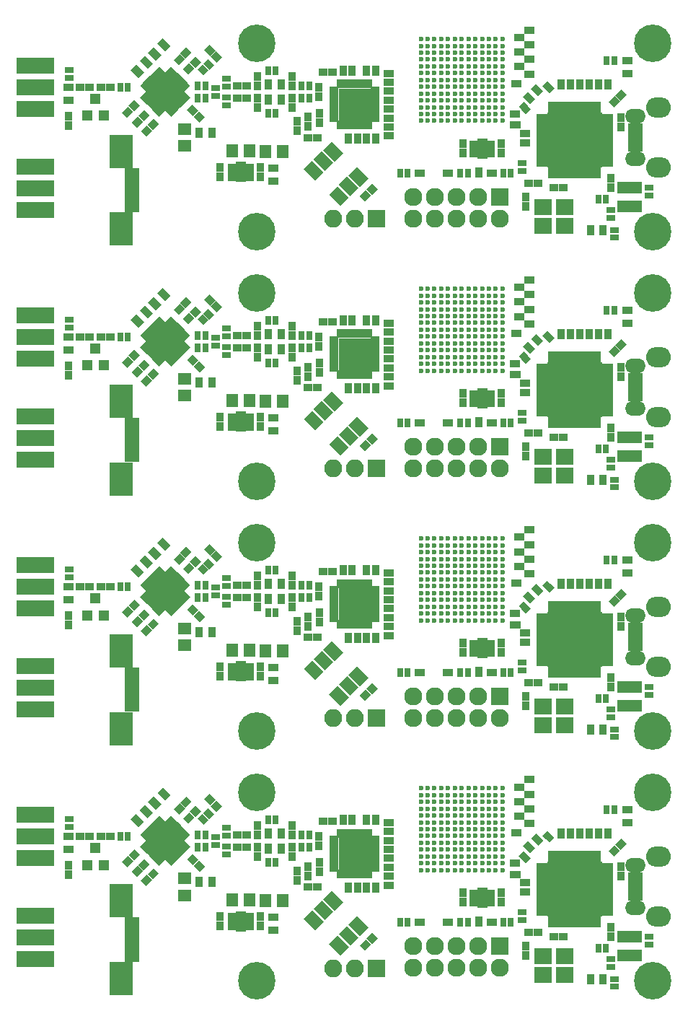
<source format=gbr>
G04 #@! TF.FileFunction,Soldermask,Top*
%FSLAX46Y46*%
G04 Gerber Fmt 4.6, Leading zero omitted, Abs format (unit mm)*
G04 Created by KiCad (PCBNEW 4.0.5) date Tue Apr 18 23:58:23 2017*
%MOMM*%
%LPD*%
G01*
G04 APERTURE LIST*
%ADD10C,0.050000*%
%ADD11R,0.900000X1.000000*%
%ADD12R,0.680000X0.830000*%
%ADD13O,0.600000X0.600000*%
%ADD14R,0.800000X1.000000*%
%ADD15R,0.830000X0.680000*%
%ADD16R,1.000000X0.800000*%
%ADD17R,1.300000X2.400000*%
%ADD18R,2.100000X1.900000*%
%ADD19R,1.000000X0.900000*%
%ADD20R,2.127200X2.127200*%
%ADD21O,2.127200X2.127200*%
%ADD22R,1.750000X0.800000*%
%ADD23O,2.400000X1.700000*%
%ADD24O,2.900000X2.400000*%
%ADD25R,1.300000X0.900000*%
%ADD26C,4.400000*%
%ADD27R,6.400000X6.400000*%
%ADD28R,1.400000X0.700000*%
%ADD29R,0.700000X1.400000*%
%ADD30R,1.050000X1.460000*%
%ADD31R,0.900000X1.300000*%
%ADD32R,2.100000X2.100000*%
%ADD33O,2.100000X2.100000*%
%ADD34R,1.100000X0.650000*%
%ADD35R,0.650000X1.100000*%
%ADD36R,2.125000X2.125000*%
%ADD37R,1.800000X0.700000*%
%ADD38R,2.700000X3.900000*%
%ADD39R,1.400000X1.650000*%
%ADD40R,1.650000X1.400000*%
%ADD41R,4.464000X1.924000*%
%ADD42R,1.200100X1.200100*%
G04 APERTURE END LIST*
D10*
D11*
X74310000Y-88540000D03*
X74310000Y-89640000D03*
X69785000Y-88540000D03*
X69785000Y-89640000D03*
D12*
X76170000Y-85090000D03*
X75650000Y-85090000D03*
X76670000Y-79540000D03*
X76150000Y-79540000D03*
X76670000Y-77840000D03*
X76150000Y-77840000D03*
X76670000Y-76140000D03*
X76150000Y-76140000D03*
D13*
X64860000Y-76290000D03*
X64860000Y-77090000D03*
X64860000Y-77890000D03*
X64860000Y-78690000D03*
X64860000Y-79490000D03*
X64860000Y-80290000D03*
X64860000Y-81090000D03*
X64860000Y-81890000D03*
X64860000Y-82690000D03*
X64860000Y-83490000D03*
X64860000Y-84290000D03*
X64860000Y-85090000D03*
X64860000Y-85890000D03*
X65660000Y-76290000D03*
X65660000Y-77090000D03*
X65660000Y-77890000D03*
X65660000Y-78690000D03*
X65660000Y-79490000D03*
X65660000Y-80290000D03*
X65660000Y-81090000D03*
X65660000Y-81890000D03*
X65660000Y-82690000D03*
X65660000Y-83490000D03*
X65660000Y-84290000D03*
X65660000Y-85090000D03*
X65660000Y-85890000D03*
X66460000Y-76290000D03*
X66460000Y-77090000D03*
X66460000Y-77890000D03*
X66460000Y-78690000D03*
X66460000Y-79490000D03*
X66460000Y-80290000D03*
X66460000Y-81090000D03*
X66460000Y-81890000D03*
X66460000Y-82690000D03*
X66460000Y-83490000D03*
X66460000Y-84290000D03*
X66460000Y-85090000D03*
X66460000Y-85890000D03*
X67260000Y-76290000D03*
X67260000Y-77090000D03*
X67260000Y-77890000D03*
X67260000Y-78690000D03*
X67260000Y-79490000D03*
X67260000Y-80290000D03*
X67260000Y-81090000D03*
X67260000Y-81890000D03*
X67260000Y-82690000D03*
X67260000Y-83490000D03*
X67260000Y-84290000D03*
X67260000Y-85090000D03*
X67260000Y-85890000D03*
X68060000Y-76290000D03*
X68060000Y-77090000D03*
X68060000Y-77890000D03*
X68060000Y-78690000D03*
X68060000Y-79490000D03*
X68060000Y-80290000D03*
X68060000Y-81090000D03*
X68060000Y-81890000D03*
X68060000Y-82690000D03*
X68060000Y-83490000D03*
X68060000Y-84290000D03*
X68060000Y-85090000D03*
X68060000Y-85890000D03*
X68860000Y-76290000D03*
X68860000Y-77090000D03*
X68860000Y-77890000D03*
X68860000Y-78690000D03*
X68860000Y-79490000D03*
X68860000Y-80290000D03*
X68860000Y-81090000D03*
X68860000Y-81890000D03*
X68860000Y-82690000D03*
X68860000Y-83490000D03*
X68860000Y-84290000D03*
X68860000Y-85090000D03*
X68860000Y-85890000D03*
X69660000Y-76290000D03*
X69660000Y-77090000D03*
X69660000Y-77890000D03*
X69660000Y-78690000D03*
X69660000Y-79490000D03*
X69660000Y-80290000D03*
X69660000Y-81090000D03*
X69660000Y-81890000D03*
X69660000Y-82690000D03*
X69660000Y-83490000D03*
X69660000Y-84290000D03*
X69660000Y-85090000D03*
X69660000Y-85890000D03*
X70460000Y-76290000D03*
X70460000Y-77090000D03*
X70460000Y-77890000D03*
X70460000Y-78690000D03*
X70460000Y-79490000D03*
X70460000Y-80290000D03*
X70460000Y-81090000D03*
X70460000Y-81890000D03*
X70460000Y-82690000D03*
X70460000Y-83490000D03*
X70460000Y-84290000D03*
X70460000Y-85090000D03*
X70460000Y-85890000D03*
X71260000Y-76290000D03*
X71260000Y-77090000D03*
X71260000Y-77890000D03*
X71260000Y-78690000D03*
X71260000Y-79490000D03*
X71260000Y-80290000D03*
X71260000Y-81090000D03*
X71260000Y-81890000D03*
X71260000Y-82690000D03*
X71260000Y-83490000D03*
X71260000Y-84290000D03*
X71260000Y-85090000D03*
X71260000Y-85890000D03*
X72060000Y-76290000D03*
X72060000Y-77090000D03*
X72060000Y-77890000D03*
X72060000Y-78690000D03*
X72060000Y-79490000D03*
X72060000Y-80290000D03*
X72060000Y-81090000D03*
X72060000Y-81890000D03*
X72060000Y-82690000D03*
X72060000Y-83490000D03*
X72060000Y-84290000D03*
X72060000Y-85090000D03*
X72060000Y-85890000D03*
X72860000Y-76290000D03*
X72860000Y-77090000D03*
X72860000Y-77890000D03*
X72860000Y-78690000D03*
X72860000Y-79490000D03*
X72860000Y-80290000D03*
X72860000Y-81090000D03*
X72860000Y-81890000D03*
X72860000Y-82690000D03*
X72860000Y-83490000D03*
X72860000Y-84290000D03*
X72860000Y-85090000D03*
X72860000Y-85890000D03*
X73660000Y-76290000D03*
X73660000Y-77090000D03*
X73660000Y-77890000D03*
X73660000Y-78690000D03*
X73660000Y-79490000D03*
X73660000Y-80290000D03*
X73660000Y-81090000D03*
X73660000Y-81890000D03*
X73660000Y-82690000D03*
X73660000Y-83490000D03*
X73660000Y-84290000D03*
X73660000Y-85090000D03*
X73660000Y-85890000D03*
X74460000Y-76290000D03*
X74460000Y-77090000D03*
X74460000Y-77890000D03*
X74460000Y-78690000D03*
X74460000Y-79490000D03*
X74460000Y-80290000D03*
X74460000Y-81090000D03*
X74460000Y-81890000D03*
X74460000Y-82690000D03*
X74460000Y-83490000D03*
X74460000Y-84290000D03*
X74460000Y-85090000D03*
X74460000Y-85890000D03*
D12*
X67805000Y-92040000D03*
X68315000Y-92040000D03*
D14*
X69485000Y-92040000D03*
X70385000Y-92040000D03*
D15*
X71660000Y-91685000D03*
X71660000Y-92195000D03*
D16*
X71060000Y-88540000D03*
X71060000Y-89840000D03*
X71060000Y-89190000D03*
X73060000Y-89840000D03*
X73060000Y-89190000D03*
X73060000Y-88540000D03*
D17*
X72060000Y-89140000D03*
D18*
X79210000Y-98190000D03*
X81710000Y-98190000D03*
X81710000Y-95990000D03*
X79210000Y-95990000D03*
D19*
X78610000Y-93240000D03*
X77510000Y-93240000D03*
X81560000Y-93690000D03*
X80460000Y-93690000D03*
D11*
X77210000Y-95940000D03*
X77210000Y-94840000D03*
D12*
X64965000Y-92040000D03*
X64455000Y-92040000D03*
D14*
X63310000Y-92040000D03*
X62410000Y-92040000D03*
X74510000Y-92040000D03*
X75410000Y-92040000D03*
D12*
X72930000Y-92040000D03*
X73440000Y-92040000D03*
D20*
X74140000Y-94790000D03*
D21*
X74140000Y-97330000D03*
X71600000Y-94790000D03*
X71600000Y-97330000D03*
X69060000Y-94790000D03*
X69060000Y-97330000D03*
X66520000Y-94790000D03*
X66520000Y-97330000D03*
X63980000Y-94790000D03*
X63980000Y-97330000D03*
D10*
G36*
X87535736Y-84300660D02*
X86899340Y-83664264D01*
X87606446Y-82957158D01*
X88242842Y-83593554D01*
X87535736Y-84300660D01*
X87535736Y-84300660D01*
G37*
G36*
X88313554Y-83522842D02*
X87677158Y-82886446D01*
X88384264Y-82179340D01*
X89020660Y-82815736D01*
X88313554Y-83522842D01*
X88313554Y-83522842D01*
G37*
D15*
X86810000Y-81335000D03*
X86810000Y-81845000D03*
D14*
X87560000Y-78790000D03*
X86660000Y-78790000D03*
D11*
X88310000Y-86590000D03*
X88310000Y-85490000D03*
D22*
X90060000Y-89140000D03*
X90060000Y-88490000D03*
X90060000Y-87840000D03*
X90060000Y-87190000D03*
X90060000Y-86540000D03*
D23*
X90060000Y-90340000D03*
X90060000Y-85340000D03*
D24*
X92760000Y-91340000D03*
X92760000Y-84340000D03*
D16*
X76760000Y-90840000D03*
X76760000Y-91740000D03*
D12*
X76210000Y-86390000D03*
X75690000Y-86390000D03*
X76805000Y-87390000D03*
X77315000Y-87390000D03*
X77320000Y-88490000D03*
X76800000Y-88490000D03*
D10*
G36*
X76845822Y-83062721D02*
X77432721Y-82475822D01*
X77913554Y-82956655D01*
X77326655Y-83543554D01*
X76845822Y-83062721D01*
X76845822Y-83062721D01*
G37*
G36*
X77206446Y-83423345D02*
X77793345Y-82836446D01*
X78274178Y-83317279D01*
X77687279Y-83904178D01*
X77206446Y-83423345D01*
X77206446Y-83423345D01*
G37*
G36*
X76345822Y-84212721D02*
X76932721Y-83625822D01*
X77413554Y-84106655D01*
X76826655Y-84693554D01*
X76345822Y-84212721D01*
X76345822Y-84212721D01*
G37*
G36*
X76706446Y-84573345D02*
X77293345Y-83986446D01*
X77774178Y-84467279D01*
X77187279Y-85054178D01*
X76706446Y-84573345D01*
X76706446Y-84573345D01*
G37*
D12*
X76320000Y-81540000D03*
X75800000Y-81540000D03*
D10*
G36*
X77795822Y-82162721D02*
X78382721Y-81575822D01*
X78863554Y-82056655D01*
X78276655Y-82643554D01*
X77795822Y-82162721D01*
X77795822Y-82162721D01*
G37*
G36*
X78156446Y-82523345D02*
X78743345Y-81936446D01*
X79224178Y-82417279D01*
X78637279Y-83004178D01*
X78156446Y-82523345D01*
X78156446Y-82523345D01*
G37*
D25*
X89110000Y-80340000D03*
X89110000Y-78840000D03*
D26*
X92110000Y-76790000D03*
D15*
X82410000Y-81335000D03*
X82410000Y-81845000D03*
D10*
G36*
X79095822Y-81812721D02*
X79682721Y-81225822D01*
X80163554Y-81706655D01*
X79576655Y-82293554D01*
X79095822Y-81812721D01*
X79095822Y-81812721D01*
G37*
G36*
X79456446Y-82173345D02*
X80043345Y-81586446D01*
X80524178Y-82067279D01*
X79937279Y-82654178D01*
X79456446Y-82173345D01*
X79456446Y-82173345D01*
G37*
D15*
X83510000Y-81335000D03*
X83510000Y-81845000D03*
X84610000Y-81335000D03*
X84610000Y-81845000D03*
X85710000Y-81335000D03*
X85710000Y-81845000D03*
D27*
X82910000Y-88140000D03*
D28*
X86710000Y-90890000D03*
X86710000Y-90390000D03*
X86710000Y-89890000D03*
X86710000Y-89390000D03*
X86710000Y-88890000D03*
X86710000Y-88390000D03*
X86710000Y-87890000D03*
X86710000Y-87390000D03*
X86710000Y-86890000D03*
X86710000Y-86390000D03*
X86710000Y-85890000D03*
X86710000Y-85390000D03*
D29*
X85660000Y-84340000D03*
X85160000Y-84340000D03*
X84660000Y-84340000D03*
X84160000Y-84340000D03*
X83660000Y-84340000D03*
X83160000Y-84340000D03*
X82660000Y-84340000D03*
X82160000Y-84340000D03*
X81660000Y-84340000D03*
X81160000Y-84340000D03*
X80660000Y-84340000D03*
X80160000Y-84340000D03*
D28*
X79110000Y-85390000D03*
X79110000Y-85890000D03*
X79110000Y-86390000D03*
X79110000Y-86890000D03*
X79110000Y-87390000D03*
X79110000Y-87890000D03*
X79110000Y-88390000D03*
X79110000Y-88890000D03*
X79110000Y-89390000D03*
X79110000Y-89890000D03*
X79110000Y-90390000D03*
X79110000Y-90890000D03*
D29*
X80160000Y-91940000D03*
X80660000Y-91940000D03*
X81160000Y-91940000D03*
X81660000Y-91940000D03*
X82160000Y-91940000D03*
X82660000Y-91940000D03*
X83160000Y-91940000D03*
X83660000Y-91940000D03*
X84160000Y-91940000D03*
X84660000Y-91940000D03*
X85160000Y-91940000D03*
X85660000Y-91940000D03*
D15*
X81310000Y-81335000D03*
X81310000Y-81845000D03*
D12*
X77870000Y-76990000D03*
X77350000Y-76990000D03*
X77870000Y-80390000D03*
X77350000Y-80390000D03*
X77870000Y-75290000D03*
X77350000Y-75290000D03*
X77870000Y-78690000D03*
X77350000Y-78690000D03*
D15*
X86810000Y-110635000D03*
X86810000Y-111145000D03*
D25*
X89110000Y-109640000D03*
X89110000Y-108140000D03*
D14*
X87560000Y-108090000D03*
X86660000Y-108090000D03*
D26*
X92110000Y-106090000D03*
D16*
X91660000Y-94640000D03*
X91660000Y-93740000D03*
D30*
X88410000Y-95890000D03*
X89360000Y-95890000D03*
X90310000Y-95890000D03*
X90310000Y-93690000D03*
X88410000Y-93690000D03*
X89360000Y-93690000D03*
D26*
X92110000Y-98890000D03*
D31*
X86260000Y-98690000D03*
X84760000Y-98690000D03*
D14*
X85710000Y-95040000D03*
X86610000Y-95040000D03*
D16*
X87160000Y-97240000D03*
X87160000Y-96340000D03*
D11*
X87160000Y-93740000D03*
X87160000Y-92640000D03*
D16*
X87610000Y-98690000D03*
X87610000Y-99590000D03*
D15*
X81310000Y-110635000D03*
X81310000Y-111145000D03*
X82410000Y-110635000D03*
X82410000Y-111145000D03*
X85710000Y-110635000D03*
X85710000Y-111145000D03*
X83510000Y-110635000D03*
X83510000Y-111145000D03*
X84610000Y-110635000D03*
X84610000Y-111145000D03*
D10*
G36*
X87535736Y-113600660D02*
X86899340Y-112964264D01*
X87606446Y-112257158D01*
X88242842Y-112893554D01*
X87535736Y-113600660D01*
X87535736Y-113600660D01*
G37*
G36*
X88313554Y-112822842D02*
X87677158Y-112186446D01*
X88384264Y-111479340D01*
X89020660Y-112115736D01*
X88313554Y-112822842D01*
X88313554Y-112822842D01*
G37*
D16*
X91660000Y-123940000D03*
X91660000Y-123040000D03*
D26*
X92110000Y-128190000D03*
D16*
X87610000Y-127990000D03*
X87610000Y-128890000D03*
D31*
X86260000Y-127990000D03*
X84760000Y-127990000D03*
D11*
X87160000Y-123040000D03*
X87160000Y-121940000D03*
D30*
X88410000Y-125190000D03*
X89360000Y-125190000D03*
X90310000Y-125190000D03*
X90310000Y-122990000D03*
X88410000Y-122990000D03*
X89360000Y-122990000D03*
D14*
X85710000Y-124340000D03*
X86610000Y-124340000D03*
D16*
X87160000Y-126540000D03*
X87160000Y-125640000D03*
D27*
X82910000Y-117440000D03*
D28*
X86710000Y-120190000D03*
X86710000Y-119690000D03*
X86710000Y-119190000D03*
X86710000Y-118690000D03*
X86710000Y-118190000D03*
X86710000Y-117690000D03*
X86710000Y-117190000D03*
X86710000Y-116690000D03*
X86710000Y-116190000D03*
X86710000Y-115690000D03*
X86710000Y-115190000D03*
X86710000Y-114690000D03*
D29*
X85660000Y-113640000D03*
X85160000Y-113640000D03*
X84660000Y-113640000D03*
X84160000Y-113640000D03*
X83660000Y-113640000D03*
X83160000Y-113640000D03*
X82660000Y-113640000D03*
X82160000Y-113640000D03*
X81660000Y-113640000D03*
X81160000Y-113640000D03*
X80660000Y-113640000D03*
X80160000Y-113640000D03*
D28*
X79110000Y-114690000D03*
X79110000Y-115190000D03*
X79110000Y-115690000D03*
X79110000Y-116190000D03*
X79110000Y-116690000D03*
X79110000Y-117190000D03*
X79110000Y-117690000D03*
X79110000Y-118190000D03*
X79110000Y-118690000D03*
X79110000Y-119190000D03*
X79110000Y-119690000D03*
X79110000Y-120190000D03*
D29*
X80160000Y-121240000D03*
X80660000Y-121240000D03*
X81160000Y-121240000D03*
X81660000Y-121240000D03*
X82160000Y-121240000D03*
X82660000Y-121240000D03*
X83160000Y-121240000D03*
X83660000Y-121240000D03*
X84160000Y-121240000D03*
X84660000Y-121240000D03*
X85160000Y-121240000D03*
X85660000Y-121240000D03*
D11*
X88310000Y-115890000D03*
X88310000Y-114790000D03*
D22*
X90060000Y-118440000D03*
X90060000Y-117790000D03*
X90060000Y-117140000D03*
X90060000Y-116490000D03*
X90060000Y-115840000D03*
D23*
X90060000Y-119640000D03*
X90060000Y-114640000D03*
D24*
X92760000Y-120640000D03*
X92760000Y-113640000D03*
D19*
X78610000Y-122540000D03*
X77510000Y-122540000D03*
X81560000Y-122990000D03*
X80460000Y-122990000D03*
D18*
X79210000Y-127490000D03*
X81710000Y-127490000D03*
X81710000Y-125290000D03*
X79210000Y-125290000D03*
D11*
X77210000Y-125240000D03*
X77210000Y-124140000D03*
D10*
G36*
X58335736Y-124650660D02*
X57699340Y-124014264D01*
X58406446Y-123307158D01*
X59042842Y-123943554D01*
X58335736Y-124650660D01*
X58335736Y-124650660D01*
G37*
G36*
X59113554Y-123872842D02*
X58477158Y-123236446D01*
X59184264Y-122529340D01*
X59820660Y-123165736D01*
X59113554Y-123872842D01*
X59113554Y-123872842D01*
G37*
D32*
X59650000Y-126690000D03*
D33*
X57110000Y-126690000D03*
X54570000Y-126690000D03*
D15*
X57435000Y-117520000D03*
X57435000Y-117010000D03*
X59535000Y-117520000D03*
X59535000Y-117010000D03*
X58485000Y-117520000D03*
X58485000Y-117010000D03*
D10*
G36*
X55723173Y-118950482D02*
X54733224Y-119940431D01*
X53389721Y-118596928D01*
X54379670Y-117606979D01*
X55723173Y-118950482D01*
X55723173Y-118950482D01*
G37*
G36*
X54591802Y-120081853D02*
X53601853Y-121071802D01*
X52258350Y-119728299D01*
X53248299Y-118738350D01*
X54591802Y-120081853D01*
X54591802Y-120081853D01*
G37*
G36*
X53460431Y-121213224D02*
X52470482Y-122203173D01*
X51126979Y-120859670D01*
X52116928Y-119869721D01*
X53460431Y-121213224D01*
X53460431Y-121213224D01*
G37*
G36*
X56430279Y-124183072D02*
X55440330Y-125173021D01*
X54096827Y-123829518D01*
X55086776Y-122839569D01*
X56430279Y-124183072D01*
X56430279Y-124183072D01*
G37*
G36*
X57561650Y-123051701D02*
X56571701Y-124041650D01*
X55228198Y-122698147D01*
X56218147Y-121708198D01*
X57561650Y-123051701D01*
X57561650Y-123051701D01*
G37*
G36*
X58693021Y-121920330D02*
X57703072Y-122910279D01*
X56359569Y-121566776D01*
X57349518Y-120576827D01*
X58693021Y-121920330D01*
X58693021Y-121920330D01*
G37*
D15*
X56385000Y-117520000D03*
X56385000Y-117010000D03*
D12*
X61340000Y-114865000D03*
X60830000Y-114865000D03*
X61340000Y-113815000D03*
X60830000Y-113815000D03*
X61340000Y-116965000D03*
X60830000Y-116965000D03*
X61340000Y-115915000D03*
X60830000Y-115915000D03*
D15*
X58485000Y-109010000D03*
X58485000Y-109520000D03*
X59535000Y-109010000D03*
X59535000Y-109520000D03*
D12*
X61340000Y-111715000D03*
X60830000Y-111715000D03*
X61335000Y-109615000D03*
X60825000Y-109615000D03*
X61340000Y-112765000D03*
X60830000Y-112765000D03*
X61335000Y-110665000D03*
X60825000Y-110665000D03*
D34*
X54685000Y-111515000D03*
X54685000Y-112015000D03*
X54685000Y-112515000D03*
X54685000Y-113015000D03*
X54685000Y-113515000D03*
X54685000Y-114015000D03*
X54685000Y-114515000D03*
X54685000Y-115015000D03*
D35*
X55335000Y-115665000D03*
X55835000Y-115665000D03*
X56335000Y-115665000D03*
X56835000Y-115665000D03*
X57335000Y-115665000D03*
X57835000Y-115665000D03*
X58335000Y-115665000D03*
X58835000Y-115665000D03*
D34*
X59485000Y-115015000D03*
X59485000Y-114515000D03*
X59485000Y-114015000D03*
X59485000Y-113515000D03*
X59485000Y-113015000D03*
X59485000Y-112515000D03*
X59485000Y-112015000D03*
X59485000Y-111515000D03*
D35*
X58835000Y-110865000D03*
X58335000Y-110865000D03*
X57835000Y-110865000D03*
X57335000Y-110865000D03*
X56835000Y-110865000D03*
X56335000Y-110865000D03*
X55835000Y-110865000D03*
X55335000Y-110865000D03*
D36*
X57947500Y-114127500D03*
X57947500Y-112402500D03*
X56222500Y-114127500D03*
X56222500Y-112402500D03*
D15*
X56760000Y-109550000D03*
X56760000Y-109030000D03*
X55760000Y-109030000D03*
X55760000Y-109550000D03*
D11*
X52910000Y-111240000D03*
X52910000Y-112340000D03*
D19*
X54460000Y-109490000D03*
X53360000Y-109490000D03*
D11*
X52935000Y-114265000D03*
X52935000Y-115365000D03*
D16*
X76760000Y-120140000D03*
X76760000Y-121040000D03*
D14*
X74510000Y-121340000D03*
X75410000Y-121340000D03*
D20*
X74140000Y-124090000D03*
D21*
X74140000Y-126630000D03*
X71600000Y-124090000D03*
X71600000Y-126630000D03*
X69060000Y-124090000D03*
X69060000Y-126630000D03*
X66520000Y-124090000D03*
X66520000Y-126630000D03*
X63980000Y-124090000D03*
X63980000Y-126630000D03*
D15*
X71660000Y-120985000D03*
X71660000Y-121495000D03*
D14*
X69485000Y-121340000D03*
X70385000Y-121340000D03*
D12*
X72930000Y-121340000D03*
X73440000Y-121340000D03*
D11*
X74310000Y-117840000D03*
X74310000Y-118940000D03*
X69785000Y-117840000D03*
X69785000Y-118940000D03*
D14*
X63310000Y-121340000D03*
X62410000Y-121340000D03*
D12*
X67805000Y-121340000D03*
X68315000Y-121340000D03*
X64965000Y-121340000D03*
X64455000Y-121340000D03*
D10*
G36*
X77795822Y-111462721D02*
X78382721Y-110875822D01*
X78863554Y-111356655D01*
X78276655Y-111943554D01*
X77795822Y-111462721D01*
X77795822Y-111462721D01*
G37*
G36*
X78156446Y-111823345D02*
X78743345Y-111236446D01*
X79224178Y-111717279D01*
X78637279Y-112304178D01*
X78156446Y-111823345D01*
X78156446Y-111823345D01*
G37*
D12*
X77870000Y-109690000D03*
X77350000Y-109690000D03*
D10*
G36*
X76845822Y-112362721D02*
X77432721Y-111775822D01*
X77913554Y-112256655D01*
X77326655Y-112843554D01*
X76845822Y-112362721D01*
X76845822Y-112362721D01*
G37*
G36*
X77206446Y-112723345D02*
X77793345Y-112136446D01*
X78274178Y-112617279D01*
X77687279Y-113204178D01*
X77206446Y-112723345D01*
X77206446Y-112723345D01*
G37*
G36*
X79095822Y-111112721D02*
X79682721Y-110525822D01*
X80163554Y-111006655D01*
X79576655Y-111593554D01*
X79095822Y-111112721D01*
X79095822Y-111112721D01*
G37*
G36*
X79456446Y-111473345D02*
X80043345Y-110886446D01*
X80524178Y-111367279D01*
X79937279Y-111954178D01*
X79456446Y-111473345D01*
X79456446Y-111473345D01*
G37*
D12*
X76320000Y-110840000D03*
X75800000Y-110840000D03*
X76670000Y-108840000D03*
X76150000Y-108840000D03*
X76170000Y-114390000D03*
X75650000Y-114390000D03*
D13*
X64860000Y-105590000D03*
X64860000Y-106390000D03*
X64860000Y-107190000D03*
X64860000Y-107990000D03*
X64860000Y-108790000D03*
X64860000Y-109590000D03*
X64860000Y-110390000D03*
X64860000Y-111190000D03*
X64860000Y-111990000D03*
X64860000Y-112790000D03*
X64860000Y-113590000D03*
X64860000Y-114390000D03*
X64860000Y-115190000D03*
X65660000Y-105590000D03*
X65660000Y-106390000D03*
X65660000Y-107190000D03*
X65660000Y-107990000D03*
X65660000Y-108790000D03*
X65660000Y-109590000D03*
X65660000Y-110390000D03*
X65660000Y-111190000D03*
X65660000Y-111990000D03*
X65660000Y-112790000D03*
X65660000Y-113590000D03*
X65660000Y-114390000D03*
X65660000Y-115190000D03*
X66460000Y-105590000D03*
X66460000Y-106390000D03*
X66460000Y-107190000D03*
X66460000Y-107990000D03*
X66460000Y-108790000D03*
X66460000Y-109590000D03*
X66460000Y-110390000D03*
X66460000Y-111190000D03*
X66460000Y-111990000D03*
X66460000Y-112790000D03*
X66460000Y-113590000D03*
X66460000Y-114390000D03*
X66460000Y-115190000D03*
X67260000Y-105590000D03*
X67260000Y-106390000D03*
X67260000Y-107190000D03*
X67260000Y-107990000D03*
X67260000Y-108790000D03*
X67260000Y-109590000D03*
X67260000Y-110390000D03*
X67260000Y-111190000D03*
X67260000Y-111990000D03*
X67260000Y-112790000D03*
X67260000Y-113590000D03*
X67260000Y-114390000D03*
X67260000Y-115190000D03*
X68060000Y-105590000D03*
X68060000Y-106390000D03*
X68060000Y-107190000D03*
X68060000Y-107990000D03*
X68060000Y-108790000D03*
X68060000Y-109590000D03*
X68060000Y-110390000D03*
X68060000Y-111190000D03*
X68060000Y-111990000D03*
X68060000Y-112790000D03*
X68060000Y-113590000D03*
X68060000Y-114390000D03*
X68060000Y-115190000D03*
X68860000Y-105590000D03*
X68860000Y-106390000D03*
X68860000Y-107190000D03*
X68860000Y-107990000D03*
X68860000Y-108790000D03*
X68860000Y-109590000D03*
X68860000Y-110390000D03*
X68860000Y-111190000D03*
X68860000Y-111990000D03*
X68860000Y-112790000D03*
X68860000Y-113590000D03*
X68860000Y-114390000D03*
X68860000Y-115190000D03*
X69660000Y-105590000D03*
X69660000Y-106390000D03*
X69660000Y-107190000D03*
X69660000Y-107990000D03*
X69660000Y-108790000D03*
X69660000Y-109590000D03*
X69660000Y-110390000D03*
X69660000Y-111190000D03*
X69660000Y-111990000D03*
X69660000Y-112790000D03*
X69660000Y-113590000D03*
X69660000Y-114390000D03*
X69660000Y-115190000D03*
X70460000Y-105590000D03*
X70460000Y-106390000D03*
X70460000Y-107190000D03*
X70460000Y-107990000D03*
X70460000Y-108790000D03*
X70460000Y-109590000D03*
X70460000Y-110390000D03*
X70460000Y-111190000D03*
X70460000Y-111990000D03*
X70460000Y-112790000D03*
X70460000Y-113590000D03*
X70460000Y-114390000D03*
X70460000Y-115190000D03*
X71260000Y-105590000D03*
X71260000Y-106390000D03*
X71260000Y-107190000D03*
X71260000Y-107990000D03*
X71260000Y-108790000D03*
X71260000Y-109590000D03*
X71260000Y-110390000D03*
X71260000Y-111190000D03*
X71260000Y-111990000D03*
X71260000Y-112790000D03*
X71260000Y-113590000D03*
X71260000Y-114390000D03*
X71260000Y-115190000D03*
X72060000Y-105590000D03*
X72060000Y-106390000D03*
X72060000Y-107190000D03*
X72060000Y-107990000D03*
X72060000Y-108790000D03*
X72060000Y-109590000D03*
X72060000Y-110390000D03*
X72060000Y-111190000D03*
X72060000Y-111990000D03*
X72060000Y-112790000D03*
X72060000Y-113590000D03*
X72060000Y-114390000D03*
X72060000Y-115190000D03*
X72860000Y-105590000D03*
X72860000Y-106390000D03*
X72860000Y-107190000D03*
X72860000Y-107990000D03*
X72860000Y-108790000D03*
X72860000Y-109590000D03*
X72860000Y-110390000D03*
X72860000Y-111190000D03*
X72860000Y-111990000D03*
X72860000Y-112790000D03*
X72860000Y-113590000D03*
X72860000Y-114390000D03*
X72860000Y-115190000D03*
X73660000Y-105590000D03*
X73660000Y-106390000D03*
X73660000Y-107190000D03*
X73660000Y-107990000D03*
X73660000Y-108790000D03*
X73660000Y-109590000D03*
X73660000Y-110390000D03*
X73660000Y-111190000D03*
X73660000Y-111990000D03*
X73660000Y-112790000D03*
X73660000Y-113590000D03*
X73660000Y-114390000D03*
X73660000Y-115190000D03*
X74460000Y-105590000D03*
X74460000Y-106390000D03*
X74460000Y-107190000D03*
X74460000Y-107990000D03*
X74460000Y-108790000D03*
X74460000Y-109590000D03*
X74460000Y-110390000D03*
X74460000Y-111190000D03*
X74460000Y-111990000D03*
X74460000Y-112790000D03*
X74460000Y-113590000D03*
X74460000Y-114390000D03*
X74460000Y-115190000D03*
D12*
X77870000Y-107990000D03*
X77350000Y-107990000D03*
X77870000Y-106290000D03*
X77350000Y-106290000D03*
X76670000Y-107140000D03*
X76150000Y-107140000D03*
X76670000Y-105440000D03*
X76150000Y-105440000D03*
X77870000Y-104590000D03*
X77350000Y-104590000D03*
D10*
G36*
X76345822Y-113512721D02*
X76932721Y-112925822D01*
X77413554Y-113406655D01*
X76826655Y-113993554D01*
X76345822Y-113512721D01*
X76345822Y-113512721D01*
G37*
G36*
X76706446Y-113873345D02*
X77293345Y-113286446D01*
X77774178Y-113767279D01*
X77187279Y-114354178D01*
X76706446Y-113873345D01*
X76706446Y-113873345D01*
G37*
D12*
X76210000Y-115690000D03*
X75690000Y-115690000D03*
X76805000Y-116690000D03*
X77315000Y-116690000D03*
X77320000Y-117790000D03*
X76800000Y-117790000D03*
D16*
X71060000Y-117840000D03*
X71060000Y-119140000D03*
X71060000Y-118490000D03*
X73060000Y-119140000D03*
X73060000Y-118490000D03*
X73060000Y-117840000D03*
D17*
X72060000Y-118440000D03*
D11*
X49710000Y-80690000D03*
X49710000Y-81790000D03*
D14*
X51760000Y-81790000D03*
X50860000Y-81790000D03*
D26*
X45610000Y-76790000D03*
D14*
X47810000Y-79990000D03*
X46910000Y-79990000D03*
D11*
X45710000Y-80690000D03*
X45710000Y-81790000D03*
D31*
X48460000Y-81590000D03*
X46960000Y-81590000D03*
D19*
X44410000Y-83190000D03*
X43310000Y-83190000D03*
D31*
X46960000Y-83390000D03*
X48460000Y-83390000D03*
D14*
X47810000Y-84990000D03*
X46910000Y-84990000D03*
D19*
X44410000Y-81790000D03*
X43310000Y-81790000D03*
D11*
X45710000Y-83190000D03*
X45710000Y-84290000D03*
X50335000Y-85965000D03*
X50335000Y-87065000D03*
D14*
X51760000Y-83190000D03*
X50860000Y-83190000D03*
D11*
X49710000Y-83190000D03*
X49710000Y-84290000D03*
X51635000Y-85465000D03*
X51635000Y-86565000D03*
X52935000Y-84965000D03*
X52935000Y-86065000D03*
D15*
X57435000Y-88220000D03*
X57435000Y-87710000D03*
X56385000Y-88220000D03*
X56385000Y-87710000D03*
X58485000Y-88220000D03*
X58485000Y-87710000D03*
X59535000Y-88220000D03*
X59535000Y-87710000D03*
X56760000Y-80250000D03*
X56760000Y-79730000D03*
X58485000Y-79710000D03*
X58485000Y-80220000D03*
D19*
X54460000Y-80190000D03*
X53360000Y-80190000D03*
D15*
X55760000Y-79730000D03*
X55760000Y-80250000D03*
D11*
X52910000Y-81940000D03*
X52910000Y-83040000D03*
D34*
X54685000Y-82215000D03*
X54685000Y-82715000D03*
X54685000Y-83215000D03*
X54685000Y-83715000D03*
X54685000Y-84215000D03*
X54685000Y-84715000D03*
X54685000Y-85215000D03*
X54685000Y-85715000D03*
D35*
X55335000Y-86365000D03*
X55835000Y-86365000D03*
X56335000Y-86365000D03*
X56835000Y-86365000D03*
X57335000Y-86365000D03*
X57835000Y-86365000D03*
X58335000Y-86365000D03*
X58835000Y-86365000D03*
D34*
X59485000Y-85715000D03*
X59485000Y-85215000D03*
X59485000Y-84715000D03*
X59485000Y-84215000D03*
X59485000Y-83715000D03*
X59485000Y-83215000D03*
X59485000Y-82715000D03*
X59485000Y-82215000D03*
D35*
X58835000Y-81565000D03*
X58335000Y-81565000D03*
X57835000Y-81565000D03*
X57335000Y-81565000D03*
X56835000Y-81565000D03*
X56335000Y-81565000D03*
X55835000Y-81565000D03*
X55335000Y-81565000D03*
D36*
X57947500Y-84827500D03*
X57947500Y-83102500D03*
X56222500Y-84827500D03*
X56222500Y-83102500D03*
D15*
X59535000Y-79710000D03*
X59535000Y-80220000D03*
D12*
X61340000Y-87665000D03*
X60830000Y-87665000D03*
D19*
X51635000Y-87865000D03*
X52735000Y-87865000D03*
D10*
G36*
X58335736Y-95350660D02*
X57699340Y-94714264D01*
X58406446Y-94007158D01*
X59042842Y-94643554D01*
X58335736Y-95350660D01*
X58335736Y-95350660D01*
G37*
G36*
X59113554Y-94572842D02*
X58477158Y-93936446D01*
X59184264Y-93229340D01*
X59820660Y-93865736D01*
X59113554Y-94572842D01*
X59113554Y-94572842D01*
G37*
D32*
X59650000Y-97390000D03*
D33*
X57110000Y-97390000D03*
X54570000Y-97390000D03*
D10*
G36*
X55723173Y-89650482D02*
X54733224Y-90640431D01*
X53389721Y-89296928D01*
X54379670Y-88306979D01*
X55723173Y-89650482D01*
X55723173Y-89650482D01*
G37*
G36*
X54591802Y-90781853D02*
X53601853Y-91771802D01*
X52258350Y-90428299D01*
X53248299Y-89438350D01*
X54591802Y-90781853D01*
X54591802Y-90781853D01*
G37*
G36*
X53460431Y-91913224D02*
X52470482Y-92903173D01*
X51126979Y-91559670D01*
X52116928Y-90569721D01*
X53460431Y-91913224D01*
X53460431Y-91913224D01*
G37*
G36*
X56430279Y-94883072D02*
X55440330Y-95873021D01*
X54096827Y-94529518D01*
X55086776Y-93539569D01*
X56430279Y-94883072D01*
X56430279Y-94883072D01*
G37*
G36*
X57561650Y-93751701D02*
X56571701Y-94741650D01*
X55228198Y-93398147D01*
X56218147Y-92408198D01*
X57561650Y-93751701D01*
X57561650Y-93751701D01*
G37*
G36*
X58693021Y-92620330D02*
X57703072Y-93610279D01*
X56359569Y-92266776D01*
X57349518Y-91276827D01*
X58693021Y-92620330D01*
X58693021Y-92620330D01*
G37*
D12*
X61340000Y-86615000D03*
X60830000Y-86615000D03*
X61340000Y-85565000D03*
X60830000Y-85565000D03*
X61335000Y-81365000D03*
X60825000Y-81365000D03*
X61340000Y-83465000D03*
X60830000Y-83465000D03*
X61335000Y-80315000D03*
X60825000Y-80315000D03*
X61340000Y-84515000D03*
X60830000Y-84515000D03*
X61340000Y-82415000D03*
X60830000Y-82415000D03*
D11*
X41310000Y-91310000D03*
X41310000Y-92410000D03*
D16*
X42710000Y-91290000D03*
X42710000Y-92590000D03*
X42710000Y-91940000D03*
X44710000Y-92590000D03*
X44710000Y-91940000D03*
X44710000Y-91290000D03*
D17*
X43710000Y-91890000D03*
D37*
X30910000Y-91790000D03*
X30910000Y-92290000D03*
X30910000Y-92790000D03*
X30910000Y-93290000D03*
X30910000Y-93790000D03*
X30910000Y-94290000D03*
X30910000Y-94790000D03*
X30910000Y-95290000D03*
X30910000Y-95790000D03*
X30910000Y-96290000D03*
D38*
X29710000Y-89490000D03*
X29710000Y-98590000D03*
D26*
X45610000Y-98890000D03*
D39*
X42710000Y-89390000D03*
X44710000Y-89390000D03*
D25*
X47510000Y-92940000D03*
X47510000Y-91440000D03*
D11*
X46010000Y-91340000D03*
X46010000Y-92440000D03*
D39*
X46610000Y-89490000D03*
X48610000Y-89490000D03*
D10*
G36*
X32384264Y-84579340D02*
X33020660Y-85215736D01*
X32313554Y-85922842D01*
X31677158Y-85286446D01*
X32384264Y-84579340D01*
X32384264Y-84579340D01*
G37*
G36*
X31606446Y-85357158D02*
X32242842Y-85993554D01*
X31535736Y-86700660D01*
X30899340Y-86064264D01*
X31606446Y-85357158D01*
X31606446Y-85357158D01*
G37*
G36*
X31234264Y-83429340D02*
X31870660Y-84065736D01*
X31163554Y-84772842D01*
X30527158Y-84136446D01*
X31234264Y-83429340D01*
X31234264Y-83429340D01*
G37*
G36*
X30456446Y-84207158D02*
X31092842Y-84843554D01*
X30385736Y-85550660D01*
X29749340Y-84914264D01*
X30456446Y-84207158D01*
X30456446Y-84207158D01*
G37*
D14*
X29560000Y-81940000D03*
X30460000Y-81940000D03*
D10*
G36*
X33484264Y-85629340D02*
X34120660Y-86265736D01*
X33413554Y-86972842D01*
X32777158Y-86336446D01*
X33484264Y-85629340D01*
X33484264Y-85629340D01*
G37*
G36*
X32706446Y-86407158D02*
X33342842Y-87043554D01*
X32635736Y-87750660D01*
X31999340Y-87114264D01*
X32706446Y-86407158D01*
X32706446Y-86407158D01*
G37*
D40*
X37110000Y-86840000D03*
X37110000Y-88840000D03*
D31*
X40310000Y-87290000D03*
X38810000Y-87290000D03*
D16*
X42010000Y-81840000D03*
X42010000Y-80940000D03*
D10*
G36*
X39362513Y-80544594D02*
X38655406Y-79837487D01*
X39221091Y-79271802D01*
X39928198Y-79978909D01*
X39362513Y-80544594D01*
X39362513Y-80544594D01*
G37*
G36*
X39998909Y-79908198D02*
X39291802Y-79201091D01*
X39857487Y-78635406D01*
X40564594Y-79342513D01*
X39998909Y-79908198D01*
X39998909Y-79908198D01*
G37*
D14*
X39560000Y-83190000D03*
X38660000Y-83190000D03*
D16*
X42010000Y-84040000D03*
X42010000Y-83140000D03*
X40760000Y-82940000D03*
X40760000Y-82040000D03*
D10*
G36*
X41520660Y-78414264D02*
X40884264Y-79050660D01*
X40177158Y-78343554D01*
X40813554Y-77707158D01*
X41520660Y-78414264D01*
X41520660Y-78414264D01*
G37*
G36*
X40742842Y-77636446D02*
X40106446Y-78272842D01*
X39399340Y-77565736D01*
X40035736Y-76929340D01*
X40742842Y-77636446D01*
X40742842Y-77636446D01*
G37*
D14*
X39560000Y-81790000D03*
X38660000Y-81790000D03*
D10*
G36*
X37399340Y-84615736D02*
X38035736Y-83979340D01*
X38742842Y-84686446D01*
X38106446Y-85322842D01*
X37399340Y-84615736D01*
X37399340Y-84615736D01*
G37*
G36*
X38177158Y-85393554D02*
X38813554Y-84757158D01*
X39520660Y-85464264D01*
X38884264Y-86100660D01*
X38177158Y-85393554D01*
X38177158Y-85393554D01*
G37*
G36*
X36474645Y-79361751D02*
X35838249Y-78725355D01*
X36545355Y-78018249D01*
X37181751Y-78654645D01*
X36474645Y-79361751D01*
X36474645Y-79361751D01*
G37*
G36*
X37252463Y-78583933D02*
X36616067Y-77947537D01*
X37323173Y-77240431D01*
X37959569Y-77876827D01*
X37252463Y-78583933D01*
X37252463Y-78583933D01*
G37*
G36*
X32390062Y-83629429D02*
X31895087Y-83134454D01*
X32778970Y-82250571D01*
X33273945Y-82745546D01*
X32390062Y-83629429D01*
X32390062Y-83629429D01*
G37*
G36*
X32743616Y-83982982D02*
X32248641Y-83488007D01*
X33132524Y-82604124D01*
X33627499Y-83099099D01*
X32743616Y-83982982D01*
X32743616Y-83982982D01*
G37*
G36*
X33097169Y-84336536D02*
X32602194Y-83841561D01*
X33486077Y-82957678D01*
X33981052Y-83452653D01*
X33097169Y-84336536D01*
X33097169Y-84336536D01*
G37*
G36*
X33450722Y-84690089D02*
X32955747Y-84195114D01*
X33839630Y-83311231D01*
X34334605Y-83806206D01*
X33450722Y-84690089D01*
X33450722Y-84690089D01*
G37*
G36*
X33804276Y-85043642D02*
X33309301Y-84548667D01*
X34193184Y-83664784D01*
X34688159Y-84159759D01*
X33804276Y-85043642D01*
X33804276Y-85043642D01*
G37*
G36*
X34157829Y-85397196D02*
X33662854Y-84902221D01*
X34546737Y-84018338D01*
X35041712Y-84513313D01*
X34157829Y-85397196D01*
X34157829Y-85397196D01*
G37*
G36*
X36031662Y-84902221D02*
X35536687Y-85397196D01*
X34652804Y-84513313D01*
X35147779Y-84018338D01*
X36031662Y-84902221D01*
X36031662Y-84902221D01*
G37*
G36*
X36385215Y-84548667D02*
X35890240Y-85043642D01*
X35006357Y-84159759D01*
X35501332Y-83664784D01*
X36385215Y-84548667D01*
X36385215Y-84548667D01*
G37*
G36*
X36738769Y-84195114D02*
X36243794Y-84690089D01*
X35359911Y-83806206D01*
X35854886Y-83311231D01*
X36738769Y-84195114D01*
X36738769Y-84195114D01*
G37*
G36*
X37092322Y-83841561D02*
X36597347Y-84336536D01*
X35713464Y-83452653D01*
X36208439Y-82957678D01*
X37092322Y-83841561D01*
X37092322Y-83841561D01*
G37*
G36*
X37445875Y-83488007D02*
X36950900Y-83982982D01*
X36067017Y-83099099D01*
X36561992Y-82604124D01*
X37445875Y-83488007D01*
X37445875Y-83488007D01*
G37*
G36*
X37799429Y-83134454D02*
X37304454Y-83629429D01*
X36420571Y-82745546D01*
X36915546Y-82250571D01*
X37799429Y-83134454D01*
X37799429Y-83134454D01*
G37*
G36*
X36915546Y-82639479D02*
X36420571Y-82144504D01*
X37304454Y-81260621D01*
X37799429Y-81755596D01*
X36915546Y-82639479D01*
X36915546Y-82639479D01*
G37*
G36*
X36561992Y-82285926D02*
X36067017Y-81790951D01*
X36950900Y-80907068D01*
X37445875Y-81402043D01*
X36561992Y-82285926D01*
X36561992Y-82285926D01*
G37*
G36*
X36208439Y-81932372D02*
X35713464Y-81437397D01*
X36597347Y-80553514D01*
X37092322Y-81048489D01*
X36208439Y-81932372D01*
X36208439Y-81932372D01*
G37*
G36*
X35854886Y-81578819D02*
X35359911Y-81083844D01*
X36243794Y-80199961D01*
X36738769Y-80694936D01*
X35854886Y-81578819D01*
X35854886Y-81578819D01*
G37*
G36*
X35501332Y-81225266D02*
X35006357Y-80730291D01*
X35890240Y-79846408D01*
X36385215Y-80341383D01*
X35501332Y-81225266D01*
X35501332Y-81225266D01*
G37*
G36*
X35147779Y-80871712D02*
X34652804Y-80376737D01*
X35536687Y-79492854D01*
X36031662Y-79987829D01*
X35147779Y-80871712D01*
X35147779Y-80871712D01*
G37*
G36*
X35041712Y-80376737D02*
X34546737Y-80871712D01*
X33662854Y-79987829D01*
X34157829Y-79492854D01*
X35041712Y-80376737D01*
X35041712Y-80376737D01*
G37*
G36*
X34688159Y-80730291D02*
X34193184Y-81225266D01*
X33309301Y-80341383D01*
X33804276Y-79846408D01*
X34688159Y-80730291D01*
X34688159Y-80730291D01*
G37*
G36*
X34334605Y-81083844D02*
X33839630Y-81578819D01*
X32955747Y-80694936D01*
X33450722Y-80199961D01*
X34334605Y-81083844D01*
X34334605Y-81083844D01*
G37*
G36*
X33981052Y-81437397D02*
X33486077Y-81932372D01*
X32602194Y-81048489D01*
X33097169Y-80553514D01*
X33981052Y-81437397D01*
X33981052Y-81437397D01*
G37*
G36*
X33627499Y-81790951D02*
X33132524Y-82285926D01*
X32248641Y-81402043D01*
X32743616Y-80907068D01*
X33627499Y-81790951D01*
X33627499Y-81790951D01*
G37*
G36*
X33273945Y-82144504D02*
X32778970Y-82639479D01*
X31895087Y-81755596D01*
X32390062Y-81260621D01*
X33273945Y-82144504D01*
X33273945Y-82144504D01*
G37*
G36*
X34847258Y-84566345D02*
X32725938Y-82445025D01*
X34847258Y-80323705D01*
X36968578Y-82445025D01*
X34847258Y-84566345D01*
X34847258Y-84566345D01*
G37*
G36*
X34548909Y-76181853D02*
X35468147Y-77101091D01*
X34831751Y-77737487D01*
X33912513Y-76818249D01*
X34548909Y-76181853D01*
X34548909Y-76181853D01*
G37*
G36*
X33488249Y-77242513D02*
X34407487Y-78161751D01*
X33771091Y-78798147D01*
X32851853Y-77878909D01*
X33488249Y-77242513D01*
X33488249Y-77242513D01*
G37*
G36*
X37585736Y-80450660D02*
X36949340Y-79814264D01*
X37656446Y-79107158D01*
X38292842Y-79743554D01*
X37585736Y-80450660D01*
X37585736Y-80450660D01*
G37*
G36*
X38363554Y-79672842D02*
X37727158Y-79036446D01*
X38434264Y-78329340D01*
X39070660Y-78965736D01*
X38363554Y-79672842D01*
X38363554Y-79672842D01*
G37*
G36*
X32498909Y-78231853D02*
X33418147Y-79151091D01*
X32781751Y-79787487D01*
X31862513Y-78868249D01*
X32498909Y-78231853D01*
X32498909Y-78231853D01*
G37*
G36*
X31438249Y-79292513D02*
X32357487Y-80211751D01*
X31721091Y-80848147D01*
X30801853Y-79928909D01*
X31438249Y-79292513D01*
X31438249Y-79292513D01*
G37*
D41*
X19610000Y-93790000D03*
X19610000Y-91250000D03*
X19610000Y-96330000D03*
X19610000Y-81940000D03*
X19610000Y-79400000D03*
X19610000Y-84480000D03*
D11*
X23510000Y-86440000D03*
X23510000Y-85340000D03*
D42*
X25710000Y-85290760D03*
X27610000Y-85290760D03*
X26660000Y-83291780D03*
D25*
X23510000Y-81940000D03*
X23510000Y-83440000D03*
D19*
X25960000Y-81940000D03*
X24860000Y-81940000D03*
D16*
X23610000Y-80840000D03*
X23610000Y-79940000D03*
D19*
X28410000Y-81940000D03*
X27310000Y-81940000D03*
D11*
X41310000Y-120610000D03*
X41310000Y-121710000D03*
D37*
X30910000Y-121090000D03*
X30910000Y-121590000D03*
X30910000Y-122090000D03*
X30910000Y-122590000D03*
X30910000Y-123090000D03*
X30910000Y-123590000D03*
X30910000Y-124090000D03*
X30910000Y-124590000D03*
X30910000Y-125090000D03*
X30910000Y-125590000D03*
D38*
X29710000Y-118790000D03*
X29710000Y-127890000D03*
D39*
X42710000Y-118690000D03*
X44710000Y-118690000D03*
D25*
X47510000Y-122240000D03*
X47510000Y-120740000D03*
D11*
X46010000Y-120640000D03*
X46010000Y-121740000D03*
D16*
X42710000Y-120590000D03*
X42710000Y-121890000D03*
X42710000Y-121240000D03*
X44710000Y-121890000D03*
X44710000Y-121240000D03*
X44710000Y-120590000D03*
D17*
X43710000Y-121190000D03*
D26*
X45610000Y-128190000D03*
D41*
X19610000Y-123090000D03*
X19610000Y-120550000D03*
X19610000Y-125630000D03*
D11*
X50335000Y-115265000D03*
X50335000Y-116365000D03*
D19*
X51635000Y-117165000D03*
X52735000Y-117165000D03*
D11*
X51635000Y-114765000D03*
X51635000Y-115865000D03*
D14*
X47810000Y-114290000D03*
X46910000Y-114290000D03*
D11*
X49710000Y-112490000D03*
X49710000Y-113590000D03*
X49710000Y-109990000D03*
X49710000Y-111090000D03*
D14*
X51760000Y-112490000D03*
X50860000Y-112490000D03*
X51760000Y-111090000D03*
X50860000Y-111090000D03*
D26*
X45610000Y-106090000D03*
D11*
X45710000Y-109990000D03*
X45710000Y-111090000D03*
D14*
X47810000Y-109290000D03*
X46910000Y-109290000D03*
D31*
X48460000Y-110890000D03*
X46960000Y-110890000D03*
X46960000Y-112690000D03*
X48460000Y-112690000D03*
D11*
X45710000Y-112490000D03*
X45710000Y-113590000D03*
D39*
X46610000Y-118790000D03*
X48610000Y-118790000D03*
D42*
X25710000Y-114590760D03*
X27610000Y-114590760D03*
X26660000Y-112591780D03*
D19*
X28410000Y-111240000D03*
X27310000Y-111240000D03*
D10*
G36*
X32498909Y-107531853D02*
X33418147Y-108451091D01*
X32781751Y-109087487D01*
X31862513Y-108168249D01*
X32498909Y-107531853D01*
X32498909Y-107531853D01*
G37*
G36*
X31438249Y-108592513D02*
X32357487Y-109511751D01*
X31721091Y-110148147D01*
X30801853Y-109228909D01*
X31438249Y-108592513D01*
X31438249Y-108592513D01*
G37*
D14*
X29560000Y-111240000D03*
X30460000Y-111240000D03*
D16*
X42010000Y-111140000D03*
X42010000Y-110240000D03*
D14*
X39560000Y-112490000D03*
X38660000Y-112490000D03*
D16*
X40760000Y-112240000D03*
X40760000Y-111340000D03*
D10*
G36*
X39362513Y-109844594D02*
X38655406Y-109137487D01*
X39221091Y-108571802D01*
X39928198Y-109278909D01*
X39362513Y-109844594D01*
X39362513Y-109844594D01*
G37*
G36*
X39998909Y-109208198D02*
X39291802Y-108501091D01*
X39857487Y-107935406D01*
X40564594Y-108642513D01*
X39998909Y-109208198D01*
X39998909Y-109208198D01*
G37*
D14*
X39560000Y-111090000D03*
X38660000Y-111090000D03*
D10*
G36*
X34548909Y-105481853D02*
X35468147Y-106401091D01*
X34831751Y-107037487D01*
X33912513Y-106118249D01*
X34548909Y-105481853D01*
X34548909Y-105481853D01*
G37*
G36*
X33488249Y-106542513D02*
X34407487Y-107461751D01*
X33771091Y-108098147D01*
X32851853Y-107178909D01*
X33488249Y-106542513D01*
X33488249Y-106542513D01*
G37*
G36*
X41520660Y-107714264D02*
X40884264Y-108350660D01*
X40177158Y-107643554D01*
X40813554Y-107007158D01*
X41520660Y-107714264D01*
X41520660Y-107714264D01*
G37*
G36*
X40742842Y-106936446D02*
X40106446Y-107572842D01*
X39399340Y-106865736D01*
X40035736Y-106229340D01*
X40742842Y-106936446D01*
X40742842Y-106936446D01*
G37*
G36*
X36474645Y-108661751D02*
X35838249Y-108025355D01*
X36545355Y-107318249D01*
X37181751Y-107954645D01*
X36474645Y-108661751D01*
X36474645Y-108661751D01*
G37*
G36*
X37252463Y-107883933D02*
X36616067Y-107247537D01*
X37323173Y-106540431D01*
X37959569Y-107176827D01*
X37252463Y-107883933D01*
X37252463Y-107883933D01*
G37*
G36*
X37585736Y-109750660D02*
X36949340Y-109114264D01*
X37656446Y-108407158D01*
X38292842Y-109043554D01*
X37585736Y-109750660D01*
X37585736Y-109750660D01*
G37*
G36*
X38363554Y-108972842D02*
X37727158Y-108336446D01*
X38434264Y-107629340D01*
X39070660Y-108265736D01*
X38363554Y-108972842D01*
X38363554Y-108972842D01*
G37*
G36*
X31234264Y-112729340D02*
X31870660Y-113365736D01*
X31163554Y-114072842D01*
X30527158Y-113436446D01*
X31234264Y-112729340D01*
X31234264Y-112729340D01*
G37*
G36*
X30456446Y-113507158D02*
X31092842Y-114143554D01*
X30385736Y-114850660D01*
X29749340Y-114214264D01*
X30456446Y-113507158D01*
X30456446Y-113507158D01*
G37*
G36*
X33484264Y-114929340D02*
X34120660Y-115565736D01*
X33413554Y-116272842D01*
X32777158Y-115636446D01*
X33484264Y-114929340D01*
X33484264Y-114929340D01*
G37*
G36*
X32706446Y-115707158D02*
X33342842Y-116343554D01*
X32635736Y-117050660D01*
X31999340Y-116414264D01*
X32706446Y-115707158D01*
X32706446Y-115707158D01*
G37*
G36*
X37399340Y-113915736D02*
X38035736Y-113279340D01*
X38742842Y-113986446D01*
X38106446Y-114622842D01*
X37399340Y-113915736D01*
X37399340Y-113915736D01*
G37*
G36*
X38177158Y-114693554D02*
X38813554Y-114057158D01*
X39520660Y-114764264D01*
X38884264Y-115400660D01*
X38177158Y-114693554D01*
X38177158Y-114693554D01*
G37*
G36*
X32390062Y-112929429D02*
X31895087Y-112434454D01*
X32778970Y-111550571D01*
X33273945Y-112045546D01*
X32390062Y-112929429D01*
X32390062Y-112929429D01*
G37*
G36*
X32743616Y-113282982D02*
X32248641Y-112788007D01*
X33132524Y-111904124D01*
X33627499Y-112399099D01*
X32743616Y-113282982D01*
X32743616Y-113282982D01*
G37*
G36*
X33097169Y-113636536D02*
X32602194Y-113141561D01*
X33486077Y-112257678D01*
X33981052Y-112752653D01*
X33097169Y-113636536D01*
X33097169Y-113636536D01*
G37*
G36*
X33450722Y-113990089D02*
X32955747Y-113495114D01*
X33839630Y-112611231D01*
X34334605Y-113106206D01*
X33450722Y-113990089D01*
X33450722Y-113990089D01*
G37*
G36*
X33804276Y-114343642D02*
X33309301Y-113848667D01*
X34193184Y-112964784D01*
X34688159Y-113459759D01*
X33804276Y-114343642D01*
X33804276Y-114343642D01*
G37*
G36*
X34157829Y-114697196D02*
X33662854Y-114202221D01*
X34546737Y-113318338D01*
X35041712Y-113813313D01*
X34157829Y-114697196D01*
X34157829Y-114697196D01*
G37*
G36*
X36031662Y-114202221D02*
X35536687Y-114697196D01*
X34652804Y-113813313D01*
X35147779Y-113318338D01*
X36031662Y-114202221D01*
X36031662Y-114202221D01*
G37*
G36*
X36385215Y-113848667D02*
X35890240Y-114343642D01*
X35006357Y-113459759D01*
X35501332Y-112964784D01*
X36385215Y-113848667D01*
X36385215Y-113848667D01*
G37*
G36*
X36738769Y-113495114D02*
X36243794Y-113990089D01*
X35359911Y-113106206D01*
X35854886Y-112611231D01*
X36738769Y-113495114D01*
X36738769Y-113495114D01*
G37*
G36*
X37092322Y-113141561D02*
X36597347Y-113636536D01*
X35713464Y-112752653D01*
X36208439Y-112257678D01*
X37092322Y-113141561D01*
X37092322Y-113141561D01*
G37*
G36*
X37445875Y-112788007D02*
X36950900Y-113282982D01*
X36067017Y-112399099D01*
X36561992Y-111904124D01*
X37445875Y-112788007D01*
X37445875Y-112788007D01*
G37*
G36*
X37799429Y-112434454D02*
X37304454Y-112929429D01*
X36420571Y-112045546D01*
X36915546Y-111550571D01*
X37799429Y-112434454D01*
X37799429Y-112434454D01*
G37*
G36*
X36915546Y-111939479D02*
X36420571Y-111444504D01*
X37304454Y-110560621D01*
X37799429Y-111055596D01*
X36915546Y-111939479D01*
X36915546Y-111939479D01*
G37*
G36*
X36561992Y-111585926D02*
X36067017Y-111090951D01*
X36950900Y-110207068D01*
X37445875Y-110702043D01*
X36561992Y-111585926D01*
X36561992Y-111585926D01*
G37*
G36*
X36208439Y-111232372D02*
X35713464Y-110737397D01*
X36597347Y-109853514D01*
X37092322Y-110348489D01*
X36208439Y-111232372D01*
X36208439Y-111232372D01*
G37*
G36*
X35854886Y-110878819D02*
X35359911Y-110383844D01*
X36243794Y-109499961D01*
X36738769Y-109994936D01*
X35854886Y-110878819D01*
X35854886Y-110878819D01*
G37*
G36*
X35501332Y-110525266D02*
X35006357Y-110030291D01*
X35890240Y-109146408D01*
X36385215Y-109641383D01*
X35501332Y-110525266D01*
X35501332Y-110525266D01*
G37*
G36*
X35147779Y-110171712D02*
X34652804Y-109676737D01*
X35536687Y-108792854D01*
X36031662Y-109287829D01*
X35147779Y-110171712D01*
X35147779Y-110171712D01*
G37*
G36*
X35041712Y-109676737D02*
X34546737Y-110171712D01*
X33662854Y-109287829D01*
X34157829Y-108792854D01*
X35041712Y-109676737D01*
X35041712Y-109676737D01*
G37*
G36*
X34688159Y-110030291D02*
X34193184Y-110525266D01*
X33309301Y-109641383D01*
X33804276Y-109146408D01*
X34688159Y-110030291D01*
X34688159Y-110030291D01*
G37*
G36*
X34334605Y-110383844D02*
X33839630Y-110878819D01*
X32955747Y-109994936D01*
X33450722Y-109499961D01*
X34334605Y-110383844D01*
X34334605Y-110383844D01*
G37*
G36*
X33981052Y-110737397D02*
X33486077Y-111232372D01*
X32602194Y-110348489D01*
X33097169Y-109853514D01*
X33981052Y-110737397D01*
X33981052Y-110737397D01*
G37*
G36*
X33627499Y-111090951D02*
X33132524Y-111585926D01*
X32248641Y-110702043D01*
X32743616Y-110207068D01*
X33627499Y-111090951D01*
X33627499Y-111090951D01*
G37*
G36*
X33273945Y-111444504D02*
X32778970Y-111939479D01*
X31895087Y-111055596D01*
X32390062Y-110560621D01*
X33273945Y-111444504D01*
X33273945Y-111444504D01*
G37*
G36*
X34847258Y-113866345D02*
X32725938Y-111745025D01*
X34847258Y-109623705D01*
X36968578Y-111745025D01*
X34847258Y-113866345D01*
X34847258Y-113866345D01*
G37*
G36*
X32384264Y-113879340D02*
X33020660Y-114515736D01*
X32313554Y-115222842D01*
X31677158Y-114586446D01*
X32384264Y-113879340D01*
X32384264Y-113879340D01*
G37*
G36*
X31606446Y-114657158D02*
X32242842Y-115293554D01*
X31535736Y-116000660D01*
X30899340Y-115364264D01*
X31606446Y-114657158D01*
X31606446Y-114657158D01*
G37*
D40*
X37110000Y-116140000D03*
X37110000Y-118140000D03*
D31*
X40310000Y-116590000D03*
X38810000Y-116590000D03*
D19*
X44410000Y-112490000D03*
X43310000Y-112490000D03*
D16*
X42010000Y-113340000D03*
X42010000Y-112440000D03*
D19*
X44410000Y-111090000D03*
X43310000Y-111090000D03*
D41*
X19610000Y-111240000D03*
X19610000Y-108700000D03*
X19610000Y-113780000D03*
D11*
X23510000Y-115740000D03*
X23510000Y-114640000D03*
D25*
X23510000Y-111240000D03*
X23510000Y-112740000D03*
D19*
X25960000Y-111240000D03*
X24860000Y-111240000D03*
D16*
X23610000Y-110140000D03*
X23610000Y-109240000D03*
D10*
G36*
X32498909Y-48931853D02*
X33418147Y-49851091D01*
X32781751Y-50487487D01*
X31862513Y-49568249D01*
X32498909Y-48931853D01*
X32498909Y-48931853D01*
G37*
G36*
X31438249Y-49992513D02*
X32357487Y-50911751D01*
X31721091Y-51548147D01*
X30801853Y-50628909D01*
X31438249Y-49992513D01*
X31438249Y-49992513D01*
G37*
G36*
X34548909Y-46881853D02*
X35468147Y-47801091D01*
X34831751Y-48437487D01*
X33912513Y-47518249D01*
X34548909Y-46881853D01*
X34548909Y-46881853D01*
G37*
G36*
X33488249Y-47942513D02*
X34407487Y-48861751D01*
X33771091Y-49498147D01*
X32851853Y-48578909D01*
X33488249Y-47942513D01*
X33488249Y-47942513D01*
G37*
G36*
X37585736Y-51150660D02*
X36949340Y-50514264D01*
X37656446Y-49807158D01*
X38292842Y-50443554D01*
X37585736Y-51150660D01*
X37585736Y-51150660D01*
G37*
G36*
X38363554Y-50372842D02*
X37727158Y-49736446D01*
X38434264Y-49029340D01*
X39070660Y-49665736D01*
X38363554Y-50372842D01*
X38363554Y-50372842D01*
G37*
G36*
X32390062Y-54329429D02*
X31895087Y-53834454D01*
X32778970Y-52950571D01*
X33273945Y-53445546D01*
X32390062Y-54329429D01*
X32390062Y-54329429D01*
G37*
G36*
X32743616Y-54682982D02*
X32248641Y-54188007D01*
X33132524Y-53304124D01*
X33627499Y-53799099D01*
X32743616Y-54682982D01*
X32743616Y-54682982D01*
G37*
G36*
X33097169Y-55036536D02*
X32602194Y-54541561D01*
X33486077Y-53657678D01*
X33981052Y-54152653D01*
X33097169Y-55036536D01*
X33097169Y-55036536D01*
G37*
G36*
X33450722Y-55390089D02*
X32955747Y-54895114D01*
X33839630Y-54011231D01*
X34334605Y-54506206D01*
X33450722Y-55390089D01*
X33450722Y-55390089D01*
G37*
G36*
X33804276Y-55743642D02*
X33309301Y-55248667D01*
X34193184Y-54364784D01*
X34688159Y-54859759D01*
X33804276Y-55743642D01*
X33804276Y-55743642D01*
G37*
G36*
X34157829Y-56097196D02*
X33662854Y-55602221D01*
X34546737Y-54718338D01*
X35041712Y-55213313D01*
X34157829Y-56097196D01*
X34157829Y-56097196D01*
G37*
G36*
X36031662Y-55602221D02*
X35536687Y-56097196D01*
X34652804Y-55213313D01*
X35147779Y-54718338D01*
X36031662Y-55602221D01*
X36031662Y-55602221D01*
G37*
G36*
X36385215Y-55248667D02*
X35890240Y-55743642D01*
X35006357Y-54859759D01*
X35501332Y-54364784D01*
X36385215Y-55248667D01*
X36385215Y-55248667D01*
G37*
G36*
X36738769Y-54895114D02*
X36243794Y-55390089D01*
X35359911Y-54506206D01*
X35854886Y-54011231D01*
X36738769Y-54895114D01*
X36738769Y-54895114D01*
G37*
G36*
X37092322Y-54541561D02*
X36597347Y-55036536D01*
X35713464Y-54152653D01*
X36208439Y-53657678D01*
X37092322Y-54541561D01*
X37092322Y-54541561D01*
G37*
G36*
X37445875Y-54188007D02*
X36950900Y-54682982D01*
X36067017Y-53799099D01*
X36561992Y-53304124D01*
X37445875Y-54188007D01*
X37445875Y-54188007D01*
G37*
G36*
X37799429Y-53834454D02*
X37304454Y-54329429D01*
X36420571Y-53445546D01*
X36915546Y-52950571D01*
X37799429Y-53834454D01*
X37799429Y-53834454D01*
G37*
G36*
X36915546Y-53339479D02*
X36420571Y-52844504D01*
X37304454Y-51960621D01*
X37799429Y-52455596D01*
X36915546Y-53339479D01*
X36915546Y-53339479D01*
G37*
G36*
X36561992Y-52985926D02*
X36067017Y-52490951D01*
X36950900Y-51607068D01*
X37445875Y-52102043D01*
X36561992Y-52985926D01*
X36561992Y-52985926D01*
G37*
G36*
X36208439Y-52632372D02*
X35713464Y-52137397D01*
X36597347Y-51253514D01*
X37092322Y-51748489D01*
X36208439Y-52632372D01*
X36208439Y-52632372D01*
G37*
G36*
X35854886Y-52278819D02*
X35359911Y-51783844D01*
X36243794Y-50899961D01*
X36738769Y-51394936D01*
X35854886Y-52278819D01*
X35854886Y-52278819D01*
G37*
G36*
X35501332Y-51925266D02*
X35006357Y-51430291D01*
X35890240Y-50546408D01*
X36385215Y-51041383D01*
X35501332Y-51925266D01*
X35501332Y-51925266D01*
G37*
G36*
X35147779Y-51571712D02*
X34652804Y-51076737D01*
X35536687Y-50192854D01*
X36031662Y-50687829D01*
X35147779Y-51571712D01*
X35147779Y-51571712D01*
G37*
G36*
X35041712Y-51076737D02*
X34546737Y-51571712D01*
X33662854Y-50687829D01*
X34157829Y-50192854D01*
X35041712Y-51076737D01*
X35041712Y-51076737D01*
G37*
G36*
X34688159Y-51430291D02*
X34193184Y-51925266D01*
X33309301Y-51041383D01*
X33804276Y-50546408D01*
X34688159Y-51430291D01*
X34688159Y-51430291D01*
G37*
G36*
X34334605Y-51783844D02*
X33839630Y-52278819D01*
X32955747Y-51394936D01*
X33450722Y-50899961D01*
X34334605Y-51783844D01*
X34334605Y-51783844D01*
G37*
G36*
X33981052Y-52137397D02*
X33486077Y-52632372D01*
X32602194Y-51748489D01*
X33097169Y-51253514D01*
X33981052Y-52137397D01*
X33981052Y-52137397D01*
G37*
G36*
X33627499Y-52490951D02*
X33132524Y-52985926D01*
X32248641Y-52102043D01*
X32743616Y-51607068D01*
X33627499Y-52490951D01*
X33627499Y-52490951D01*
G37*
G36*
X33273945Y-52844504D02*
X32778970Y-53339479D01*
X31895087Y-52455596D01*
X32390062Y-51960621D01*
X33273945Y-52844504D01*
X33273945Y-52844504D01*
G37*
G36*
X34847258Y-55266345D02*
X32725938Y-53145025D01*
X34847258Y-51023705D01*
X36968578Y-53145025D01*
X34847258Y-55266345D01*
X34847258Y-55266345D01*
G37*
G36*
X36474645Y-50061751D02*
X35838249Y-49425355D01*
X36545355Y-48718249D01*
X37181751Y-49354645D01*
X36474645Y-50061751D01*
X36474645Y-50061751D01*
G37*
G36*
X37252463Y-49283933D02*
X36616067Y-48647537D01*
X37323173Y-47940431D01*
X37959569Y-48576827D01*
X37252463Y-49283933D01*
X37252463Y-49283933D01*
G37*
D19*
X44410000Y-52490000D03*
X43310000Y-52490000D03*
D11*
X45710000Y-51390000D03*
X45710000Y-52490000D03*
X45710000Y-53890000D03*
X45710000Y-54990000D03*
D19*
X44410000Y-53890000D03*
X43310000Y-53890000D03*
D16*
X42010000Y-54740000D03*
X42010000Y-53840000D03*
D10*
G36*
X41520660Y-49114264D02*
X40884264Y-49750660D01*
X40177158Y-49043554D01*
X40813554Y-48407158D01*
X41520660Y-49114264D01*
X41520660Y-49114264D01*
G37*
G36*
X40742842Y-48336446D02*
X40106446Y-48972842D01*
X39399340Y-48265736D01*
X40035736Y-47629340D01*
X40742842Y-48336446D01*
X40742842Y-48336446D01*
G37*
D16*
X40760000Y-53640000D03*
X40760000Y-52740000D03*
D14*
X39560000Y-53890000D03*
X38660000Y-53890000D03*
D16*
X42010000Y-52540000D03*
X42010000Y-51640000D03*
D10*
G36*
X39362513Y-51244594D02*
X38655406Y-50537487D01*
X39221091Y-49971802D01*
X39928198Y-50678909D01*
X39362513Y-51244594D01*
X39362513Y-51244594D01*
G37*
G36*
X39998909Y-50608198D02*
X39291802Y-49901091D01*
X39857487Y-49335406D01*
X40564594Y-50042513D01*
X39998909Y-50608198D01*
X39998909Y-50608198D01*
G37*
D14*
X39560000Y-52490000D03*
X38660000Y-52490000D03*
D26*
X45610000Y-47490000D03*
D11*
X49710000Y-51390000D03*
X49710000Y-52490000D03*
D14*
X47810000Y-55690000D03*
X46910000Y-55690000D03*
D11*
X49710000Y-53890000D03*
X49710000Y-54990000D03*
D19*
X54460000Y-50890000D03*
X53360000Y-50890000D03*
D14*
X47810000Y-50690000D03*
X46910000Y-50690000D03*
D10*
G36*
X33484264Y-56329340D02*
X34120660Y-56965736D01*
X33413554Y-57672842D01*
X32777158Y-57036446D01*
X33484264Y-56329340D01*
X33484264Y-56329340D01*
G37*
G36*
X32706446Y-57107158D02*
X33342842Y-57743554D01*
X32635736Y-58450660D01*
X31999340Y-57814264D01*
X32706446Y-57107158D01*
X32706446Y-57107158D01*
G37*
D40*
X37110000Y-57540000D03*
X37110000Y-59540000D03*
D31*
X40310000Y-57990000D03*
X38810000Y-57990000D03*
D10*
G36*
X37399340Y-55315736D02*
X38035736Y-54679340D01*
X38742842Y-55386446D01*
X38106446Y-56022842D01*
X37399340Y-55315736D01*
X37399340Y-55315736D01*
G37*
G36*
X38177158Y-56093554D02*
X38813554Y-55457158D01*
X39520660Y-56164264D01*
X38884264Y-56800660D01*
X38177158Y-56093554D01*
X38177158Y-56093554D01*
G37*
G36*
X32384264Y-55279340D02*
X33020660Y-55915736D01*
X32313554Y-56622842D01*
X31677158Y-55986446D01*
X32384264Y-55279340D01*
X32384264Y-55279340D01*
G37*
G36*
X31606446Y-56057158D02*
X32242842Y-56693554D01*
X31535736Y-57400660D01*
X30899340Y-56764264D01*
X31606446Y-56057158D01*
X31606446Y-56057158D01*
G37*
D14*
X51760000Y-53890000D03*
X50860000Y-53890000D03*
D11*
X52910000Y-52640000D03*
X52910000Y-53740000D03*
D14*
X51760000Y-52490000D03*
X50860000Y-52490000D03*
D11*
X50335000Y-56665000D03*
X50335000Y-57765000D03*
X52935000Y-55665000D03*
X52935000Y-56765000D03*
X51635000Y-56165000D03*
X51635000Y-57265000D03*
X74310000Y-59240000D03*
X74310000Y-60340000D03*
D12*
X76805000Y-58090000D03*
X77315000Y-58090000D03*
D16*
X76760000Y-61540000D03*
X76760000Y-62440000D03*
D11*
X69785000Y-59240000D03*
X69785000Y-60340000D03*
D16*
X71060000Y-59240000D03*
X71060000Y-60540000D03*
X71060000Y-59890000D03*
X73060000Y-60540000D03*
X73060000Y-59890000D03*
X73060000Y-59240000D03*
D17*
X72060000Y-59840000D03*
D14*
X69485000Y-62740000D03*
X70385000Y-62740000D03*
D12*
X72930000Y-62740000D03*
X73440000Y-62740000D03*
D20*
X74140000Y-65490000D03*
D21*
X74140000Y-68030000D03*
X71600000Y-65490000D03*
X71600000Y-68030000D03*
X69060000Y-65490000D03*
X69060000Y-68030000D03*
X66520000Y-65490000D03*
X66520000Y-68030000D03*
X63980000Y-65490000D03*
X63980000Y-68030000D03*
D15*
X71660000Y-62385000D03*
X71660000Y-62895000D03*
D14*
X74510000Y-62740000D03*
X75410000Y-62740000D03*
D12*
X76670000Y-50240000D03*
X76150000Y-50240000D03*
X76210000Y-57090000D03*
X75690000Y-57090000D03*
D10*
G36*
X76345822Y-54912721D02*
X76932721Y-54325822D01*
X77413554Y-54806655D01*
X76826655Y-55393554D01*
X76345822Y-54912721D01*
X76345822Y-54912721D01*
G37*
G36*
X76706446Y-55273345D02*
X77293345Y-54686446D01*
X77774178Y-55167279D01*
X77187279Y-55754178D01*
X76706446Y-55273345D01*
X76706446Y-55273345D01*
G37*
D12*
X76320000Y-52240000D03*
X75800000Y-52240000D03*
X76670000Y-48540000D03*
X76150000Y-48540000D03*
D13*
X64860000Y-46990000D03*
X64860000Y-47790000D03*
X64860000Y-48590000D03*
X64860000Y-49390000D03*
X64860000Y-50190000D03*
X64860000Y-50990000D03*
X64860000Y-51790000D03*
X64860000Y-52590000D03*
X64860000Y-53390000D03*
X64860000Y-54190000D03*
X64860000Y-54990000D03*
X64860000Y-55790000D03*
X64860000Y-56590000D03*
X65660000Y-46990000D03*
X65660000Y-47790000D03*
X65660000Y-48590000D03*
X65660000Y-49390000D03*
X65660000Y-50190000D03*
X65660000Y-50990000D03*
X65660000Y-51790000D03*
X65660000Y-52590000D03*
X65660000Y-53390000D03*
X65660000Y-54190000D03*
X65660000Y-54990000D03*
X65660000Y-55790000D03*
X65660000Y-56590000D03*
X66460000Y-46990000D03*
X66460000Y-47790000D03*
X66460000Y-48590000D03*
X66460000Y-49390000D03*
X66460000Y-50190000D03*
X66460000Y-50990000D03*
X66460000Y-51790000D03*
X66460000Y-52590000D03*
X66460000Y-53390000D03*
X66460000Y-54190000D03*
X66460000Y-54990000D03*
X66460000Y-55790000D03*
X66460000Y-56590000D03*
X67260000Y-46990000D03*
X67260000Y-47790000D03*
X67260000Y-48590000D03*
X67260000Y-49390000D03*
X67260000Y-50190000D03*
X67260000Y-50990000D03*
X67260000Y-51790000D03*
X67260000Y-52590000D03*
X67260000Y-53390000D03*
X67260000Y-54190000D03*
X67260000Y-54990000D03*
X67260000Y-55790000D03*
X67260000Y-56590000D03*
X68060000Y-46990000D03*
X68060000Y-47790000D03*
X68060000Y-48590000D03*
X68060000Y-49390000D03*
X68060000Y-50190000D03*
X68060000Y-50990000D03*
X68060000Y-51790000D03*
X68060000Y-52590000D03*
X68060000Y-53390000D03*
X68060000Y-54190000D03*
X68060000Y-54990000D03*
X68060000Y-55790000D03*
X68060000Y-56590000D03*
X68860000Y-46990000D03*
X68860000Y-47790000D03*
X68860000Y-48590000D03*
X68860000Y-49390000D03*
X68860000Y-50190000D03*
X68860000Y-50990000D03*
X68860000Y-51790000D03*
X68860000Y-52590000D03*
X68860000Y-53390000D03*
X68860000Y-54190000D03*
X68860000Y-54990000D03*
X68860000Y-55790000D03*
X68860000Y-56590000D03*
X69660000Y-46990000D03*
X69660000Y-47790000D03*
X69660000Y-48590000D03*
X69660000Y-49390000D03*
X69660000Y-50190000D03*
X69660000Y-50990000D03*
X69660000Y-51790000D03*
X69660000Y-52590000D03*
X69660000Y-53390000D03*
X69660000Y-54190000D03*
X69660000Y-54990000D03*
X69660000Y-55790000D03*
X69660000Y-56590000D03*
X70460000Y-46990000D03*
X70460000Y-47790000D03*
X70460000Y-48590000D03*
X70460000Y-49390000D03*
X70460000Y-50190000D03*
X70460000Y-50990000D03*
X70460000Y-51790000D03*
X70460000Y-52590000D03*
X70460000Y-53390000D03*
X70460000Y-54190000D03*
X70460000Y-54990000D03*
X70460000Y-55790000D03*
X70460000Y-56590000D03*
X71260000Y-46990000D03*
X71260000Y-47790000D03*
X71260000Y-48590000D03*
X71260000Y-49390000D03*
X71260000Y-50190000D03*
X71260000Y-50990000D03*
X71260000Y-51790000D03*
X71260000Y-52590000D03*
X71260000Y-53390000D03*
X71260000Y-54190000D03*
X71260000Y-54990000D03*
X71260000Y-55790000D03*
X71260000Y-56590000D03*
X72060000Y-46990000D03*
X72060000Y-47790000D03*
X72060000Y-48590000D03*
X72060000Y-49390000D03*
X72060000Y-50190000D03*
X72060000Y-50990000D03*
X72060000Y-51790000D03*
X72060000Y-52590000D03*
X72060000Y-53390000D03*
X72060000Y-54190000D03*
X72060000Y-54990000D03*
X72060000Y-55790000D03*
X72060000Y-56590000D03*
X72860000Y-46990000D03*
X72860000Y-47790000D03*
X72860000Y-48590000D03*
X72860000Y-49390000D03*
X72860000Y-50190000D03*
X72860000Y-50990000D03*
X72860000Y-51790000D03*
X72860000Y-52590000D03*
X72860000Y-53390000D03*
X72860000Y-54190000D03*
X72860000Y-54990000D03*
X72860000Y-55790000D03*
X72860000Y-56590000D03*
X73660000Y-46990000D03*
X73660000Y-47790000D03*
X73660000Y-48590000D03*
X73660000Y-49390000D03*
X73660000Y-50190000D03*
X73660000Y-50990000D03*
X73660000Y-51790000D03*
X73660000Y-52590000D03*
X73660000Y-53390000D03*
X73660000Y-54190000D03*
X73660000Y-54990000D03*
X73660000Y-55790000D03*
X73660000Y-56590000D03*
X74460000Y-46990000D03*
X74460000Y-47790000D03*
X74460000Y-48590000D03*
X74460000Y-49390000D03*
X74460000Y-50190000D03*
X74460000Y-50990000D03*
X74460000Y-51790000D03*
X74460000Y-52590000D03*
X74460000Y-53390000D03*
X74460000Y-54190000D03*
X74460000Y-54990000D03*
X74460000Y-55790000D03*
X74460000Y-56590000D03*
D12*
X76170000Y-55790000D03*
X75650000Y-55790000D03*
X76670000Y-46840000D03*
X76150000Y-46840000D03*
D14*
X63310000Y-62740000D03*
X62410000Y-62740000D03*
D12*
X67805000Y-62740000D03*
X68315000Y-62740000D03*
X64965000Y-62740000D03*
X64455000Y-62740000D03*
D15*
X59535000Y-50410000D03*
X59535000Y-50920000D03*
X58485000Y-50410000D03*
X58485000Y-50920000D03*
X55760000Y-50430000D03*
X55760000Y-50950000D03*
X56760000Y-50950000D03*
X56760000Y-50430000D03*
D34*
X54685000Y-52915000D03*
X54685000Y-53415000D03*
X54685000Y-53915000D03*
X54685000Y-54415000D03*
X54685000Y-54915000D03*
X54685000Y-55415000D03*
X54685000Y-55915000D03*
X54685000Y-56415000D03*
D35*
X55335000Y-57065000D03*
X55835000Y-57065000D03*
X56335000Y-57065000D03*
X56835000Y-57065000D03*
X57335000Y-57065000D03*
X57835000Y-57065000D03*
X58335000Y-57065000D03*
X58835000Y-57065000D03*
D34*
X59485000Y-56415000D03*
X59485000Y-55915000D03*
X59485000Y-55415000D03*
X59485000Y-54915000D03*
X59485000Y-54415000D03*
X59485000Y-53915000D03*
X59485000Y-53415000D03*
X59485000Y-52915000D03*
D35*
X58835000Y-52265000D03*
X58335000Y-52265000D03*
X57835000Y-52265000D03*
X57335000Y-52265000D03*
X56835000Y-52265000D03*
X56335000Y-52265000D03*
X55835000Y-52265000D03*
X55335000Y-52265000D03*
D36*
X57947500Y-55527500D03*
X57947500Y-53802500D03*
X56222500Y-55527500D03*
X56222500Y-53802500D03*
D12*
X61335000Y-51015000D03*
X60825000Y-51015000D03*
X61335000Y-52065000D03*
X60825000Y-52065000D03*
D31*
X46960000Y-54090000D03*
X48460000Y-54090000D03*
X48460000Y-52290000D03*
X46960000Y-52290000D03*
D39*
X46610000Y-60190000D03*
X48610000Y-60190000D03*
D15*
X56385000Y-58920000D03*
X56385000Y-58410000D03*
X57435000Y-58920000D03*
X57435000Y-58410000D03*
X58485000Y-58920000D03*
X58485000Y-58410000D03*
D19*
X51635000Y-58565000D03*
X52735000Y-58565000D03*
D12*
X61340000Y-55215000D03*
X60830000Y-55215000D03*
X61340000Y-53115000D03*
X60830000Y-53115000D03*
X61340000Y-54165000D03*
X60830000Y-54165000D03*
X61340000Y-56265000D03*
X60830000Y-56265000D03*
X61340000Y-57315000D03*
X60830000Y-57315000D03*
D25*
X47510000Y-63640000D03*
X47510000Y-62140000D03*
D32*
X59650000Y-68090000D03*
D33*
X57110000Y-68090000D03*
X54570000Y-68090000D03*
D12*
X61340000Y-58365000D03*
X60830000Y-58365000D03*
D10*
G36*
X55723173Y-60350482D02*
X54733224Y-61340431D01*
X53389721Y-59996928D01*
X54379670Y-59006979D01*
X55723173Y-60350482D01*
X55723173Y-60350482D01*
G37*
G36*
X54591802Y-61481853D02*
X53601853Y-62471802D01*
X52258350Y-61128299D01*
X53248299Y-60138350D01*
X54591802Y-61481853D01*
X54591802Y-61481853D01*
G37*
G36*
X53460431Y-62613224D02*
X52470482Y-63603173D01*
X51126979Y-62259670D01*
X52116928Y-61269721D01*
X53460431Y-62613224D01*
X53460431Y-62613224D01*
G37*
G36*
X56430279Y-65583072D02*
X55440330Y-66573021D01*
X54096827Y-65229518D01*
X55086776Y-64239569D01*
X56430279Y-65583072D01*
X56430279Y-65583072D01*
G37*
G36*
X57561650Y-64451701D02*
X56571701Y-65441650D01*
X55228198Y-64098147D01*
X56218147Y-63108198D01*
X57561650Y-64451701D01*
X57561650Y-64451701D01*
G37*
G36*
X58693021Y-63320330D02*
X57703072Y-64310279D01*
X56359569Y-62966776D01*
X57349518Y-61976827D01*
X58693021Y-63320330D01*
X58693021Y-63320330D01*
G37*
G36*
X58335736Y-66050660D02*
X57699340Y-65414264D01*
X58406446Y-64707158D01*
X59042842Y-65343554D01*
X58335736Y-66050660D01*
X58335736Y-66050660D01*
G37*
G36*
X59113554Y-65272842D02*
X58477158Y-64636446D01*
X59184264Y-63929340D01*
X59820660Y-64565736D01*
X59113554Y-65272842D01*
X59113554Y-65272842D01*
G37*
D15*
X59535000Y-58920000D03*
X59535000Y-58410000D03*
D12*
X77870000Y-49390000D03*
X77350000Y-49390000D03*
X77870000Y-51090000D03*
X77350000Y-51090000D03*
X77870000Y-47690000D03*
X77350000Y-47690000D03*
X77870000Y-45990000D03*
X77350000Y-45990000D03*
D10*
G36*
X76845822Y-53762721D02*
X77432721Y-53175822D01*
X77913554Y-53656655D01*
X77326655Y-54243554D01*
X76845822Y-53762721D01*
X76845822Y-53762721D01*
G37*
G36*
X77206446Y-54123345D02*
X77793345Y-53536446D01*
X78274178Y-54017279D01*
X77687279Y-54604178D01*
X77206446Y-54123345D01*
X77206446Y-54123345D01*
G37*
G36*
X77795822Y-52862721D02*
X78382721Y-52275822D01*
X78863554Y-52756655D01*
X78276655Y-53343554D01*
X77795822Y-52862721D01*
X77795822Y-52862721D01*
G37*
G36*
X78156446Y-53223345D02*
X78743345Y-52636446D01*
X79224178Y-53117279D01*
X78637279Y-53704178D01*
X78156446Y-53223345D01*
X78156446Y-53223345D01*
G37*
G36*
X79095822Y-52512721D02*
X79682721Y-51925822D01*
X80163554Y-52406655D01*
X79576655Y-52993554D01*
X79095822Y-52512721D01*
X79095822Y-52512721D01*
G37*
G36*
X79456446Y-52873345D02*
X80043345Y-52286446D01*
X80524178Y-52767279D01*
X79937279Y-53354178D01*
X79456446Y-52873345D01*
X79456446Y-52873345D01*
G37*
D15*
X81310000Y-52035000D03*
X81310000Y-52545000D03*
X82410000Y-52035000D03*
X82410000Y-52545000D03*
D14*
X87560000Y-49490000D03*
X86660000Y-49490000D03*
D15*
X83510000Y-52035000D03*
X83510000Y-52545000D03*
X84610000Y-52035000D03*
X84610000Y-52545000D03*
X85710000Y-52035000D03*
X85710000Y-52545000D03*
X86810000Y-52035000D03*
X86810000Y-52545000D03*
D26*
X92110000Y-47490000D03*
D25*
X89110000Y-51040000D03*
X89110000Y-49540000D03*
D10*
G36*
X87535736Y-55000660D02*
X86899340Y-54364264D01*
X87606446Y-53657158D01*
X88242842Y-54293554D01*
X87535736Y-55000660D01*
X87535736Y-55000660D01*
G37*
G36*
X88313554Y-54222842D02*
X87677158Y-53586446D01*
X88384264Y-52879340D01*
X89020660Y-53515736D01*
X88313554Y-54222842D01*
X88313554Y-54222842D01*
G37*
D11*
X87160000Y-64440000D03*
X87160000Y-63340000D03*
D19*
X78610000Y-63940000D03*
X77510000Y-63940000D03*
D27*
X82910000Y-58840000D03*
D28*
X86710000Y-61590000D03*
X86710000Y-61090000D03*
X86710000Y-60590000D03*
X86710000Y-60090000D03*
X86710000Y-59590000D03*
X86710000Y-59090000D03*
X86710000Y-58590000D03*
X86710000Y-58090000D03*
X86710000Y-57590000D03*
X86710000Y-57090000D03*
X86710000Y-56590000D03*
X86710000Y-56090000D03*
D29*
X85660000Y-55040000D03*
X85160000Y-55040000D03*
X84660000Y-55040000D03*
X84160000Y-55040000D03*
X83660000Y-55040000D03*
X83160000Y-55040000D03*
X82660000Y-55040000D03*
X82160000Y-55040000D03*
X81660000Y-55040000D03*
X81160000Y-55040000D03*
X80660000Y-55040000D03*
X80160000Y-55040000D03*
D28*
X79110000Y-56090000D03*
X79110000Y-56590000D03*
X79110000Y-57090000D03*
X79110000Y-57590000D03*
X79110000Y-58090000D03*
X79110000Y-58590000D03*
X79110000Y-59090000D03*
X79110000Y-59590000D03*
X79110000Y-60090000D03*
X79110000Y-60590000D03*
X79110000Y-61090000D03*
X79110000Y-61590000D03*
D29*
X80160000Y-62640000D03*
X80660000Y-62640000D03*
X81160000Y-62640000D03*
X81660000Y-62640000D03*
X82160000Y-62640000D03*
X82660000Y-62640000D03*
X83160000Y-62640000D03*
X83660000Y-62640000D03*
X84160000Y-62640000D03*
X84660000Y-62640000D03*
X85160000Y-62640000D03*
X85660000Y-62640000D03*
D12*
X77320000Y-59190000D03*
X76800000Y-59190000D03*
D19*
X81560000Y-64390000D03*
X80460000Y-64390000D03*
D26*
X92110000Y-69590000D03*
D30*
X88410000Y-66590000D03*
X89360000Y-66590000D03*
X90310000Y-66590000D03*
X90310000Y-64390000D03*
X88410000Y-64390000D03*
X89360000Y-64390000D03*
D16*
X91660000Y-65340000D03*
X91660000Y-64440000D03*
D22*
X90060000Y-59840000D03*
X90060000Y-59190000D03*
X90060000Y-58540000D03*
X90060000Y-57890000D03*
X90060000Y-57240000D03*
D23*
X90060000Y-61040000D03*
X90060000Y-56040000D03*
D24*
X92760000Y-62040000D03*
X92760000Y-55040000D03*
D11*
X88310000Y-57290000D03*
X88310000Y-56190000D03*
D16*
X87160000Y-67940000D03*
X87160000Y-67040000D03*
X87610000Y-69390000D03*
X87610000Y-70290000D03*
D14*
X85710000Y-65740000D03*
X86610000Y-65740000D03*
D11*
X77210000Y-66640000D03*
X77210000Y-65540000D03*
D18*
X79210000Y-68890000D03*
X81710000Y-68890000D03*
X81710000Y-66690000D03*
X79210000Y-66690000D03*
D31*
X86260000Y-69390000D03*
X84760000Y-69390000D03*
D26*
X45610000Y-69590000D03*
D16*
X42710000Y-61990000D03*
X42710000Y-63290000D03*
X42710000Y-62640000D03*
X44710000Y-63290000D03*
X44710000Y-62640000D03*
X44710000Y-61990000D03*
D17*
X43710000Y-62590000D03*
D11*
X46010000Y-62040000D03*
X46010000Y-63140000D03*
X41310000Y-62010000D03*
X41310000Y-63110000D03*
D39*
X42710000Y-60090000D03*
X44710000Y-60090000D03*
D42*
X25710000Y-55990760D03*
X27610000Y-55990760D03*
X26660000Y-53991780D03*
D10*
G36*
X31234264Y-54129340D02*
X31870660Y-54765736D01*
X31163554Y-55472842D01*
X30527158Y-54836446D01*
X31234264Y-54129340D01*
X31234264Y-54129340D01*
G37*
G36*
X30456446Y-54907158D02*
X31092842Y-55543554D01*
X30385736Y-56250660D01*
X29749340Y-55614264D01*
X30456446Y-54907158D01*
X30456446Y-54907158D01*
G37*
D25*
X23510000Y-52640000D03*
X23510000Y-54140000D03*
D19*
X28410000Y-52640000D03*
X27310000Y-52640000D03*
X25960000Y-52640000D03*
X24860000Y-52640000D03*
D14*
X29560000Y-52640000D03*
X30460000Y-52640000D03*
D11*
X23510000Y-57140000D03*
X23510000Y-56040000D03*
D16*
X23610000Y-51540000D03*
X23610000Y-50640000D03*
D41*
X19610000Y-64490000D03*
X19610000Y-61950000D03*
X19610000Y-67030000D03*
X19610000Y-52640000D03*
X19610000Y-50100000D03*
X19610000Y-55180000D03*
D37*
X30910000Y-62490000D03*
X30910000Y-62990000D03*
X30910000Y-63490000D03*
X30910000Y-63990000D03*
X30910000Y-64490000D03*
X30910000Y-64990000D03*
X30910000Y-65490000D03*
X30910000Y-65990000D03*
X30910000Y-66490000D03*
X30910000Y-66990000D03*
D38*
X29710000Y-60190000D03*
X29710000Y-69290000D03*
D11*
X52910000Y-23340000D03*
X52910000Y-24440000D03*
D26*
X45610000Y-18190000D03*
X45610000Y-40290000D03*
X92110000Y-40290000D03*
D19*
X28410000Y-23340000D03*
X27310000Y-23340000D03*
D10*
G36*
X32384264Y-25979340D02*
X33020660Y-26615736D01*
X32313554Y-27322842D01*
X31677158Y-26686446D01*
X32384264Y-25979340D01*
X32384264Y-25979340D01*
G37*
G36*
X31606446Y-26757158D02*
X32242842Y-27393554D01*
X31535736Y-28100660D01*
X30899340Y-27464264D01*
X31606446Y-26757158D01*
X31606446Y-26757158D01*
G37*
G36*
X33484264Y-27029340D02*
X34120660Y-27665736D01*
X33413554Y-28372842D01*
X32777158Y-27736446D01*
X33484264Y-27029340D01*
X33484264Y-27029340D01*
G37*
G36*
X32706446Y-27807158D02*
X33342842Y-28443554D01*
X32635736Y-29150660D01*
X31999340Y-28514264D01*
X32706446Y-27807158D01*
X32706446Y-27807158D01*
G37*
G36*
X31234264Y-24829340D02*
X31870660Y-25465736D01*
X31163554Y-26172842D01*
X30527158Y-25536446D01*
X31234264Y-24829340D01*
X31234264Y-24829340D01*
G37*
G36*
X30456446Y-25607158D02*
X31092842Y-26243554D01*
X30385736Y-26950660D01*
X29749340Y-26314264D01*
X30456446Y-25607158D01*
X30456446Y-25607158D01*
G37*
G36*
X37399340Y-26015736D02*
X38035736Y-25379340D01*
X38742842Y-26086446D01*
X38106446Y-26722842D01*
X37399340Y-26015736D01*
X37399340Y-26015736D01*
G37*
G36*
X38177158Y-26793554D02*
X38813554Y-26157158D01*
X39520660Y-26864264D01*
X38884264Y-27500660D01*
X38177158Y-26793554D01*
X38177158Y-26793554D01*
G37*
G36*
X36474645Y-20761751D02*
X35838249Y-20125355D01*
X36545355Y-19418249D01*
X37181751Y-20054645D01*
X36474645Y-20761751D01*
X36474645Y-20761751D01*
G37*
G36*
X37252463Y-19983933D02*
X36616067Y-19347537D01*
X37323173Y-18640431D01*
X37959569Y-19276827D01*
X37252463Y-19983933D01*
X37252463Y-19983933D01*
G37*
G36*
X41520660Y-19814264D02*
X40884264Y-20450660D01*
X40177158Y-19743554D01*
X40813554Y-19107158D01*
X41520660Y-19814264D01*
X41520660Y-19814264D01*
G37*
G36*
X40742842Y-19036446D02*
X40106446Y-19672842D01*
X39399340Y-18965736D01*
X40035736Y-18329340D01*
X40742842Y-19036446D01*
X40742842Y-19036446D01*
G37*
G36*
X37585736Y-21850660D02*
X36949340Y-21214264D01*
X37656446Y-20507158D01*
X38292842Y-21143554D01*
X37585736Y-21850660D01*
X37585736Y-21850660D01*
G37*
G36*
X38363554Y-21072842D02*
X37727158Y-20436446D01*
X38434264Y-19729340D01*
X39070660Y-20365736D01*
X38363554Y-21072842D01*
X38363554Y-21072842D01*
G37*
D19*
X44410000Y-23190000D03*
X43310000Y-23190000D03*
X44410000Y-24590000D03*
X43310000Y-24590000D03*
D11*
X45710000Y-22090000D03*
X45710000Y-23190000D03*
X45710000Y-24590000D03*
X45710000Y-25690000D03*
X49710000Y-22090000D03*
X49710000Y-23190000D03*
X49710000Y-24590000D03*
X49710000Y-25690000D03*
X50335000Y-27365000D03*
X50335000Y-28465000D03*
D19*
X51635000Y-29265000D03*
X52735000Y-29265000D03*
D11*
X51635000Y-26865000D03*
X51635000Y-27965000D03*
D19*
X54460000Y-21590000D03*
X53360000Y-21590000D03*
D11*
X52935000Y-26365000D03*
X52935000Y-27465000D03*
X87160000Y-35140000D03*
X87160000Y-34040000D03*
D19*
X81560000Y-35090000D03*
X80460000Y-35090000D03*
X78610000Y-34640000D03*
X77510000Y-34640000D03*
D10*
G36*
X87535736Y-25700660D02*
X86899340Y-25064264D01*
X87606446Y-24357158D01*
X88242842Y-24993554D01*
X87535736Y-25700660D01*
X87535736Y-25700660D01*
G37*
G36*
X88313554Y-24922842D02*
X87677158Y-24286446D01*
X88384264Y-23579340D01*
X89020660Y-24215736D01*
X88313554Y-24922842D01*
X88313554Y-24922842D01*
G37*
D11*
X88310000Y-27990000D03*
X88310000Y-26890000D03*
X74310000Y-29940000D03*
X74310000Y-31040000D03*
X69785000Y-29940000D03*
X69785000Y-31040000D03*
D39*
X46610000Y-30890000D03*
X48610000Y-30890000D03*
D11*
X46010000Y-32740000D03*
X46010000Y-33840000D03*
X41310000Y-32710000D03*
X41310000Y-33810000D03*
D39*
X42710000Y-30790000D03*
X44710000Y-30790000D03*
D41*
X19610000Y-23340000D03*
X19610000Y-20800000D03*
X19610000Y-25880000D03*
D10*
G36*
X34548909Y-17581853D02*
X35468147Y-18501091D01*
X34831751Y-19137487D01*
X33912513Y-18218249D01*
X34548909Y-17581853D01*
X34548909Y-17581853D01*
G37*
G36*
X33488249Y-18642513D02*
X34407487Y-19561751D01*
X33771091Y-20198147D01*
X32851853Y-19278909D01*
X33488249Y-18642513D01*
X33488249Y-18642513D01*
G37*
D14*
X29560000Y-23340000D03*
X30460000Y-23340000D03*
D10*
G36*
X32498909Y-19631853D02*
X33418147Y-20551091D01*
X32781751Y-21187487D01*
X31862513Y-20268249D01*
X32498909Y-19631853D01*
X32498909Y-19631853D01*
G37*
G36*
X31438249Y-20692513D02*
X32357487Y-21611751D01*
X31721091Y-22248147D01*
X30801853Y-21328909D01*
X31438249Y-20692513D01*
X31438249Y-20692513D01*
G37*
D31*
X48460000Y-22990000D03*
X46960000Y-22990000D03*
X46960000Y-24790000D03*
X48460000Y-24790000D03*
D20*
X74140000Y-36190000D03*
D21*
X74140000Y-38730000D03*
X71600000Y-36190000D03*
X71600000Y-38730000D03*
X69060000Y-36190000D03*
X69060000Y-38730000D03*
X66520000Y-36190000D03*
X66520000Y-38730000D03*
X63980000Y-36190000D03*
X63980000Y-38730000D03*
D10*
G36*
X39362513Y-21944594D02*
X38655406Y-21237487D01*
X39221091Y-20671802D01*
X39928198Y-21378909D01*
X39362513Y-21944594D01*
X39362513Y-21944594D01*
G37*
G36*
X39998909Y-21308198D02*
X39291802Y-20601091D01*
X39857487Y-20035406D01*
X40564594Y-20742513D01*
X39998909Y-21308198D01*
X39998909Y-21308198D01*
G37*
D14*
X47810000Y-21390000D03*
X46910000Y-21390000D03*
X47810000Y-26390000D03*
X46910000Y-26390000D03*
X51760000Y-23190000D03*
X50860000Y-23190000D03*
X51760000Y-24590000D03*
X50860000Y-24590000D03*
X39560000Y-24590000D03*
X38660000Y-24590000D03*
X39560000Y-23190000D03*
X38660000Y-23190000D03*
D16*
X40760000Y-24340000D03*
X40760000Y-23440000D03*
D15*
X56385000Y-29620000D03*
X56385000Y-29110000D03*
X57435000Y-29620000D03*
X57435000Y-29110000D03*
X58485000Y-29620000D03*
X58485000Y-29110000D03*
X59535000Y-29620000D03*
X59535000Y-29110000D03*
D12*
X61340000Y-29065000D03*
X60830000Y-29065000D03*
X61340000Y-28015000D03*
X60830000Y-28015000D03*
X61340000Y-26965000D03*
X60830000Y-26965000D03*
X61340000Y-25915000D03*
X60830000Y-25915000D03*
X61340000Y-24865000D03*
X60830000Y-24865000D03*
X61340000Y-23815000D03*
X60830000Y-23815000D03*
X61335000Y-22765000D03*
X60825000Y-22765000D03*
X61335000Y-21715000D03*
X60825000Y-21715000D03*
D15*
X59535000Y-21110000D03*
X59535000Y-21620000D03*
X58485000Y-21110000D03*
X58485000Y-21620000D03*
D16*
X91660000Y-36040000D03*
X91660000Y-35140000D03*
X87160000Y-38640000D03*
X87160000Y-37740000D03*
D14*
X85710000Y-36440000D03*
X86610000Y-36440000D03*
D16*
X76760000Y-32240000D03*
X76760000Y-33140000D03*
D15*
X86810000Y-22735000D03*
X86810000Y-23245000D03*
X85710000Y-22735000D03*
X85710000Y-23245000D03*
X84610000Y-22735000D03*
X84610000Y-23245000D03*
X83510000Y-22735000D03*
X83510000Y-23245000D03*
X82410000Y-22735000D03*
X82410000Y-23245000D03*
X81310000Y-22735000D03*
X81310000Y-23245000D03*
D10*
G36*
X79095822Y-23212721D02*
X79682721Y-22625822D01*
X80163554Y-23106655D01*
X79576655Y-23693554D01*
X79095822Y-23212721D01*
X79095822Y-23212721D01*
G37*
G36*
X79456446Y-23573345D02*
X80043345Y-22986446D01*
X80524178Y-23467279D01*
X79937279Y-24054178D01*
X79456446Y-23573345D01*
X79456446Y-23573345D01*
G37*
G36*
X77795822Y-23562721D02*
X78382721Y-22975822D01*
X78863554Y-23456655D01*
X78276655Y-24043554D01*
X77795822Y-23562721D01*
X77795822Y-23562721D01*
G37*
G36*
X78156446Y-23923345D02*
X78743345Y-23336446D01*
X79224178Y-23817279D01*
X78637279Y-24404178D01*
X78156446Y-23923345D01*
X78156446Y-23923345D01*
G37*
G36*
X76845822Y-24462721D02*
X77432721Y-23875822D01*
X77913554Y-24356655D01*
X77326655Y-24943554D01*
X76845822Y-24462721D01*
X76845822Y-24462721D01*
G37*
G36*
X77206446Y-24823345D02*
X77793345Y-24236446D01*
X78274178Y-24717279D01*
X77687279Y-25304178D01*
X77206446Y-24823345D01*
X77206446Y-24823345D01*
G37*
G36*
X76345822Y-25612721D02*
X76932721Y-25025822D01*
X77413554Y-25506655D01*
X76826655Y-26093554D01*
X76345822Y-25612721D01*
X76345822Y-25612721D01*
G37*
G36*
X76706446Y-25973345D02*
X77293345Y-25386446D01*
X77774178Y-25867279D01*
X77187279Y-26454178D01*
X76706446Y-25973345D01*
X76706446Y-25973345D01*
G37*
D12*
X76805000Y-28790000D03*
X77315000Y-28790000D03*
D16*
X87610000Y-40090000D03*
X87610000Y-40990000D03*
D15*
X71660000Y-33085000D03*
X71660000Y-33595000D03*
D12*
X64965000Y-33440000D03*
X64455000Y-33440000D03*
X72930000Y-33440000D03*
X73440000Y-33440000D03*
X67805000Y-33440000D03*
X68315000Y-33440000D03*
D14*
X74510000Y-33440000D03*
X75410000Y-33440000D03*
X69485000Y-33440000D03*
X70385000Y-33440000D03*
X63310000Y-33440000D03*
X62410000Y-33440000D03*
D10*
G36*
X32390062Y-25029429D02*
X31895087Y-24534454D01*
X32778970Y-23650571D01*
X33273945Y-24145546D01*
X32390062Y-25029429D01*
X32390062Y-25029429D01*
G37*
G36*
X32743616Y-25382982D02*
X32248641Y-24888007D01*
X33132524Y-24004124D01*
X33627499Y-24499099D01*
X32743616Y-25382982D01*
X32743616Y-25382982D01*
G37*
G36*
X33097169Y-25736536D02*
X32602194Y-25241561D01*
X33486077Y-24357678D01*
X33981052Y-24852653D01*
X33097169Y-25736536D01*
X33097169Y-25736536D01*
G37*
G36*
X33450722Y-26090089D02*
X32955747Y-25595114D01*
X33839630Y-24711231D01*
X34334605Y-25206206D01*
X33450722Y-26090089D01*
X33450722Y-26090089D01*
G37*
G36*
X33804276Y-26443642D02*
X33309301Y-25948667D01*
X34193184Y-25064784D01*
X34688159Y-25559759D01*
X33804276Y-26443642D01*
X33804276Y-26443642D01*
G37*
G36*
X34157829Y-26797196D02*
X33662854Y-26302221D01*
X34546737Y-25418338D01*
X35041712Y-25913313D01*
X34157829Y-26797196D01*
X34157829Y-26797196D01*
G37*
G36*
X36031662Y-26302221D02*
X35536687Y-26797196D01*
X34652804Y-25913313D01*
X35147779Y-25418338D01*
X36031662Y-26302221D01*
X36031662Y-26302221D01*
G37*
G36*
X36385215Y-25948667D02*
X35890240Y-26443642D01*
X35006357Y-25559759D01*
X35501332Y-25064784D01*
X36385215Y-25948667D01*
X36385215Y-25948667D01*
G37*
G36*
X36738769Y-25595114D02*
X36243794Y-26090089D01*
X35359911Y-25206206D01*
X35854886Y-24711231D01*
X36738769Y-25595114D01*
X36738769Y-25595114D01*
G37*
G36*
X37092322Y-25241561D02*
X36597347Y-25736536D01*
X35713464Y-24852653D01*
X36208439Y-24357678D01*
X37092322Y-25241561D01*
X37092322Y-25241561D01*
G37*
G36*
X37445875Y-24888007D02*
X36950900Y-25382982D01*
X36067017Y-24499099D01*
X36561992Y-24004124D01*
X37445875Y-24888007D01*
X37445875Y-24888007D01*
G37*
G36*
X37799429Y-24534454D02*
X37304454Y-25029429D01*
X36420571Y-24145546D01*
X36915546Y-23650571D01*
X37799429Y-24534454D01*
X37799429Y-24534454D01*
G37*
G36*
X36915546Y-24039479D02*
X36420571Y-23544504D01*
X37304454Y-22660621D01*
X37799429Y-23155596D01*
X36915546Y-24039479D01*
X36915546Y-24039479D01*
G37*
G36*
X36561992Y-23685926D02*
X36067017Y-23190951D01*
X36950900Y-22307068D01*
X37445875Y-22802043D01*
X36561992Y-23685926D01*
X36561992Y-23685926D01*
G37*
G36*
X36208439Y-23332372D02*
X35713464Y-22837397D01*
X36597347Y-21953514D01*
X37092322Y-22448489D01*
X36208439Y-23332372D01*
X36208439Y-23332372D01*
G37*
G36*
X35854886Y-22978819D02*
X35359911Y-22483844D01*
X36243794Y-21599961D01*
X36738769Y-22094936D01*
X35854886Y-22978819D01*
X35854886Y-22978819D01*
G37*
G36*
X35501332Y-22625266D02*
X35006357Y-22130291D01*
X35890240Y-21246408D01*
X36385215Y-21741383D01*
X35501332Y-22625266D01*
X35501332Y-22625266D01*
G37*
G36*
X35147779Y-22271712D02*
X34652804Y-21776737D01*
X35536687Y-20892854D01*
X36031662Y-21387829D01*
X35147779Y-22271712D01*
X35147779Y-22271712D01*
G37*
G36*
X35041712Y-21776737D02*
X34546737Y-22271712D01*
X33662854Y-21387829D01*
X34157829Y-20892854D01*
X35041712Y-21776737D01*
X35041712Y-21776737D01*
G37*
G36*
X34688159Y-22130291D02*
X34193184Y-22625266D01*
X33309301Y-21741383D01*
X33804276Y-21246408D01*
X34688159Y-22130291D01*
X34688159Y-22130291D01*
G37*
G36*
X34334605Y-22483844D02*
X33839630Y-22978819D01*
X32955747Y-22094936D01*
X33450722Y-21599961D01*
X34334605Y-22483844D01*
X34334605Y-22483844D01*
G37*
G36*
X33981052Y-22837397D02*
X33486077Y-23332372D01*
X32602194Y-22448489D01*
X33097169Y-21953514D01*
X33981052Y-22837397D01*
X33981052Y-22837397D01*
G37*
G36*
X33627499Y-23190951D02*
X33132524Y-23685926D01*
X32248641Y-22802043D01*
X32743616Y-22307068D01*
X33627499Y-23190951D01*
X33627499Y-23190951D01*
G37*
G36*
X33273945Y-23544504D02*
X32778970Y-24039479D01*
X31895087Y-23155596D01*
X32390062Y-22660621D01*
X33273945Y-23544504D01*
X33273945Y-23544504D01*
G37*
G36*
X34847258Y-25966345D02*
X32725938Y-23845025D01*
X34847258Y-21723705D01*
X36968578Y-23845025D01*
X34847258Y-25966345D01*
X34847258Y-25966345D01*
G37*
D34*
X54685000Y-23615000D03*
X54685000Y-24115000D03*
X54685000Y-24615000D03*
X54685000Y-25115000D03*
X54685000Y-25615000D03*
X54685000Y-26115000D03*
X54685000Y-26615000D03*
X54685000Y-27115000D03*
D35*
X55335000Y-27765000D03*
X55835000Y-27765000D03*
X56335000Y-27765000D03*
X56835000Y-27765000D03*
X57335000Y-27765000D03*
X57835000Y-27765000D03*
X58335000Y-27765000D03*
X58835000Y-27765000D03*
D34*
X59485000Y-27115000D03*
X59485000Y-26615000D03*
X59485000Y-26115000D03*
X59485000Y-25615000D03*
X59485000Y-25115000D03*
X59485000Y-24615000D03*
X59485000Y-24115000D03*
X59485000Y-23615000D03*
D35*
X58835000Y-22965000D03*
X58335000Y-22965000D03*
X57835000Y-22965000D03*
X57335000Y-22965000D03*
X56835000Y-22965000D03*
X56335000Y-22965000D03*
X55835000Y-22965000D03*
X55335000Y-22965000D03*
D36*
X57947500Y-26227500D03*
X57947500Y-24502500D03*
X56222500Y-26227500D03*
X56222500Y-24502500D03*
D30*
X88410000Y-37290000D03*
X89360000Y-37290000D03*
X90310000Y-37290000D03*
X90310000Y-35090000D03*
X88410000Y-35090000D03*
X89360000Y-35090000D03*
D27*
X82910000Y-29540000D03*
D28*
X86710000Y-32290000D03*
X86710000Y-31790000D03*
X86710000Y-31290000D03*
X86710000Y-30790000D03*
X86710000Y-30290000D03*
X86710000Y-29790000D03*
X86710000Y-29290000D03*
X86710000Y-28790000D03*
X86710000Y-28290000D03*
X86710000Y-27790000D03*
X86710000Y-27290000D03*
X86710000Y-26790000D03*
D29*
X85660000Y-25740000D03*
X85160000Y-25740000D03*
X84660000Y-25740000D03*
X84160000Y-25740000D03*
X83660000Y-25740000D03*
X83160000Y-25740000D03*
X82660000Y-25740000D03*
X82160000Y-25740000D03*
X81660000Y-25740000D03*
X81160000Y-25740000D03*
X80660000Y-25740000D03*
X80160000Y-25740000D03*
D28*
X79110000Y-26790000D03*
X79110000Y-27290000D03*
X79110000Y-27790000D03*
X79110000Y-28290000D03*
X79110000Y-28790000D03*
X79110000Y-29290000D03*
X79110000Y-29790000D03*
X79110000Y-30290000D03*
X79110000Y-30790000D03*
X79110000Y-31290000D03*
X79110000Y-31790000D03*
X79110000Y-32290000D03*
D29*
X80160000Y-33340000D03*
X80660000Y-33340000D03*
X81160000Y-33340000D03*
X81660000Y-33340000D03*
X82160000Y-33340000D03*
X82660000Y-33340000D03*
X83160000Y-33340000D03*
X83660000Y-33340000D03*
X84160000Y-33340000D03*
X84660000Y-33340000D03*
X85160000Y-33340000D03*
X85660000Y-33340000D03*
D16*
X71060000Y-29940000D03*
X71060000Y-31240000D03*
X71060000Y-30590000D03*
X73060000Y-31240000D03*
X73060000Y-30590000D03*
X73060000Y-29940000D03*
D17*
X72060000Y-30540000D03*
D16*
X42710000Y-32690000D03*
X42710000Y-33990000D03*
X42710000Y-33340000D03*
X44710000Y-33990000D03*
X44710000Y-33340000D03*
X44710000Y-32690000D03*
D17*
X43710000Y-33290000D03*
D13*
X64860000Y-17690000D03*
X64860000Y-18490000D03*
X64860000Y-19290000D03*
X64860000Y-20090000D03*
X64860000Y-20890000D03*
X64860000Y-21690000D03*
X64860000Y-22490000D03*
X64860000Y-23290000D03*
X64860000Y-24090000D03*
X64860000Y-24890000D03*
X64860000Y-25690000D03*
X64860000Y-26490000D03*
X64860000Y-27290000D03*
X65660000Y-17690000D03*
X65660000Y-18490000D03*
X65660000Y-19290000D03*
X65660000Y-20090000D03*
X65660000Y-20890000D03*
X65660000Y-21690000D03*
X65660000Y-22490000D03*
X65660000Y-23290000D03*
X65660000Y-24090000D03*
X65660000Y-24890000D03*
X65660000Y-25690000D03*
X65660000Y-26490000D03*
X65660000Y-27290000D03*
X66460000Y-17690000D03*
X66460000Y-18490000D03*
X66460000Y-19290000D03*
X66460000Y-20090000D03*
X66460000Y-20890000D03*
X66460000Y-21690000D03*
X66460000Y-22490000D03*
X66460000Y-23290000D03*
X66460000Y-24090000D03*
X66460000Y-24890000D03*
X66460000Y-25690000D03*
X66460000Y-26490000D03*
X66460000Y-27290000D03*
X67260000Y-17690000D03*
X67260000Y-18490000D03*
X67260000Y-19290000D03*
X67260000Y-20090000D03*
X67260000Y-20890000D03*
X67260000Y-21690000D03*
X67260000Y-22490000D03*
X67260000Y-23290000D03*
X67260000Y-24090000D03*
X67260000Y-24890000D03*
X67260000Y-25690000D03*
X67260000Y-26490000D03*
X67260000Y-27290000D03*
X68060000Y-17690000D03*
X68060000Y-18490000D03*
X68060000Y-19290000D03*
X68060000Y-20090000D03*
X68060000Y-20890000D03*
X68060000Y-21690000D03*
X68060000Y-22490000D03*
X68060000Y-23290000D03*
X68060000Y-24090000D03*
X68060000Y-24890000D03*
X68060000Y-25690000D03*
X68060000Y-26490000D03*
X68060000Y-27290000D03*
X68860000Y-17690000D03*
X68860000Y-18490000D03*
X68860000Y-19290000D03*
X68860000Y-20090000D03*
X68860000Y-20890000D03*
X68860000Y-21690000D03*
X68860000Y-22490000D03*
X68860000Y-23290000D03*
X68860000Y-24090000D03*
X68860000Y-24890000D03*
X68860000Y-25690000D03*
X68860000Y-26490000D03*
X68860000Y-27290000D03*
X69660000Y-17690000D03*
X69660000Y-18490000D03*
X69660000Y-19290000D03*
X69660000Y-20090000D03*
X69660000Y-20890000D03*
X69660000Y-21690000D03*
X69660000Y-22490000D03*
X69660000Y-23290000D03*
X69660000Y-24090000D03*
X69660000Y-24890000D03*
X69660000Y-25690000D03*
X69660000Y-26490000D03*
X69660000Y-27290000D03*
X70460000Y-17690000D03*
X70460000Y-18490000D03*
X70460000Y-19290000D03*
X70460000Y-20090000D03*
X70460000Y-20890000D03*
X70460000Y-21690000D03*
X70460000Y-22490000D03*
X70460000Y-23290000D03*
X70460000Y-24090000D03*
X70460000Y-24890000D03*
X70460000Y-25690000D03*
X70460000Y-26490000D03*
X70460000Y-27290000D03*
X71260000Y-17690000D03*
X71260000Y-18490000D03*
X71260000Y-19290000D03*
X71260000Y-20090000D03*
X71260000Y-20890000D03*
X71260000Y-21690000D03*
X71260000Y-22490000D03*
X71260000Y-23290000D03*
X71260000Y-24090000D03*
X71260000Y-24890000D03*
X71260000Y-25690000D03*
X71260000Y-26490000D03*
X71260000Y-27290000D03*
X72060000Y-17690000D03*
X72060000Y-18490000D03*
X72060000Y-19290000D03*
X72060000Y-20090000D03*
X72060000Y-20890000D03*
X72060000Y-21690000D03*
X72060000Y-22490000D03*
X72060000Y-23290000D03*
X72060000Y-24090000D03*
X72060000Y-24890000D03*
X72060000Y-25690000D03*
X72060000Y-26490000D03*
X72060000Y-27290000D03*
X72860000Y-17690000D03*
X72860000Y-18490000D03*
X72860000Y-19290000D03*
X72860000Y-20090000D03*
X72860000Y-20890000D03*
X72860000Y-21690000D03*
X72860000Y-22490000D03*
X72860000Y-23290000D03*
X72860000Y-24090000D03*
X72860000Y-24890000D03*
X72860000Y-25690000D03*
X72860000Y-26490000D03*
X72860000Y-27290000D03*
X73660000Y-17690000D03*
X73660000Y-18490000D03*
X73660000Y-19290000D03*
X73660000Y-20090000D03*
X73660000Y-20890000D03*
X73660000Y-21690000D03*
X73660000Y-22490000D03*
X73660000Y-23290000D03*
X73660000Y-24090000D03*
X73660000Y-24890000D03*
X73660000Y-25690000D03*
X73660000Y-26490000D03*
X73660000Y-27290000D03*
X74460000Y-17690000D03*
X74460000Y-18490000D03*
X74460000Y-19290000D03*
X74460000Y-20090000D03*
X74460000Y-20890000D03*
X74460000Y-21690000D03*
X74460000Y-22490000D03*
X74460000Y-23290000D03*
X74460000Y-24090000D03*
X74460000Y-24890000D03*
X74460000Y-25690000D03*
X74460000Y-26490000D03*
X74460000Y-27290000D03*
D19*
X25960000Y-23340000D03*
X24860000Y-23340000D03*
D42*
X25710000Y-26690760D03*
X27610000Y-26690760D03*
X26660000Y-24691780D03*
D31*
X40310000Y-28690000D03*
X38810000Y-28690000D03*
D40*
X37110000Y-28240000D03*
X37110000Y-30240000D03*
D31*
X86260000Y-40090000D03*
X84760000Y-40090000D03*
D25*
X47510000Y-34340000D03*
X47510000Y-32840000D03*
D16*
X23610000Y-22240000D03*
X23610000Y-21340000D03*
D41*
X19610000Y-35190000D03*
X19610000Y-32650000D03*
X19610000Y-37730000D03*
D26*
X92110000Y-18190000D03*
D11*
X77210000Y-37340000D03*
X77210000Y-36240000D03*
D16*
X42010000Y-23240000D03*
X42010000Y-22340000D03*
X42010000Y-25440000D03*
X42010000Y-24540000D03*
D32*
X59650000Y-38790000D03*
D33*
X57110000Y-38790000D03*
X54570000Y-38790000D03*
D22*
X90060000Y-30540000D03*
X90060000Y-29890000D03*
X90060000Y-29240000D03*
X90060000Y-28590000D03*
X90060000Y-27940000D03*
D23*
X90060000Y-31740000D03*
X90060000Y-26740000D03*
D24*
X92760000Y-32740000D03*
X92760000Y-25740000D03*
D18*
X79210000Y-39590000D03*
X81710000Y-39590000D03*
X81710000Y-37390000D03*
X79210000Y-37390000D03*
D12*
X76320000Y-22940000D03*
X75800000Y-22940000D03*
X77870000Y-21790000D03*
X77350000Y-21790000D03*
X76670000Y-20940000D03*
X76150000Y-20940000D03*
X77870000Y-20090000D03*
X77350000Y-20090000D03*
X76670000Y-19240000D03*
X76150000Y-19240000D03*
X77870000Y-18390000D03*
X77350000Y-18390000D03*
X76670000Y-17540000D03*
X76150000Y-17540000D03*
X77870000Y-16690000D03*
X77350000Y-16690000D03*
X76170000Y-26490000D03*
X75650000Y-26490000D03*
X76210000Y-27790000D03*
X75690000Y-27790000D03*
X77320000Y-29890000D03*
X76800000Y-29890000D03*
D15*
X56760000Y-21650000D03*
X56760000Y-21130000D03*
X55760000Y-21130000D03*
X55760000Y-21650000D03*
D37*
X30910000Y-33190000D03*
X30910000Y-33690000D03*
X30910000Y-34190000D03*
X30910000Y-34690000D03*
X30910000Y-35190000D03*
X30910000Y-35690000D03*
X30910000Y-36190000D03*
X30910000Y-36690000D03*
X30910000Y-37190000D03*
X30910000Y-37690000D03*
D38*
X29710000Y-30890000D03*
X29710000Y-39990000D03*
D11*
X23510000Y-27840000D03*
X23510000Y-26740000D03*
D25*
X23510000Y-23340000D03*
X23510000Y-24840000D03*
D10*
G36*
X58335736Y-36750660D02*
X57699340Y-36114264D01*
X58406446Y-35407158D01*
X59042842Y-36043554D01*
X58335736Y-36750660D01*
X58335736Y-36750660D01*
G37*
G36*
X59113554Y-35972842D02*
X58477158Y-35336446D01*
X59184264Y-34629340D01*
X59820660Y-35265736D01*
X59113554Y-35972842D01*
X59113554Y-35972842D01*
G37*
G36*
X55723173Y-31050482D02*
X54733224Y-32040431D01*
X53389721Y-30696928D01*
X54379670Y-29706979D01*
X55723173Y-31050482D01*
X55723173Y-31050482D01*
G37*
G36*
X54591802Y-32181853D02*
X53601853Y-33171802D01*
X52258350Y-31828299D01*
X53248299Y-30838350D01*
X54591802Y-32181853D01*
X54591802Y-32181853D01*
G37*
G36*
X53460431Y-33313224D02*
X52470482Y-34303173D01*
X51126979Y-32959670D01*
X52116928Y-31969721D01*
X53460431Y-33313224D01*
X53460431Y-33313224D01*
G37*
G36*
X56430279Y-36283072D02*
X55440330Y-37273021D01*
X54096827Y-35929518D01*
X55086776Y-34939569D01*
X56430279Y-36283072D01*
X56430279Y-36283072D01*
G37*
G36*
X57561650Y-35151701D02*
X56571701Y-36141650D01*
X55228198Y-34798147D01*
X56218147Y-33808198D01*
X57561650Y-35151701D01*
X57561650Y-35151701D01*
G37*
G36*
X58693021Y-34020330D02*
X57703072Y-35010279D01*
X56359569Y-33666776D01*
X57349518Y-32676827D01*
X58693021Y-34020330D01*
X58693021Y-34020330D01*
G37*
D25*
X89110000Y-21740000D03*
X89110000Y-20240000D03*
D14*
X87560000Y-20190000D03*
X86660000Y-20190000D03*
M02*

</source>
